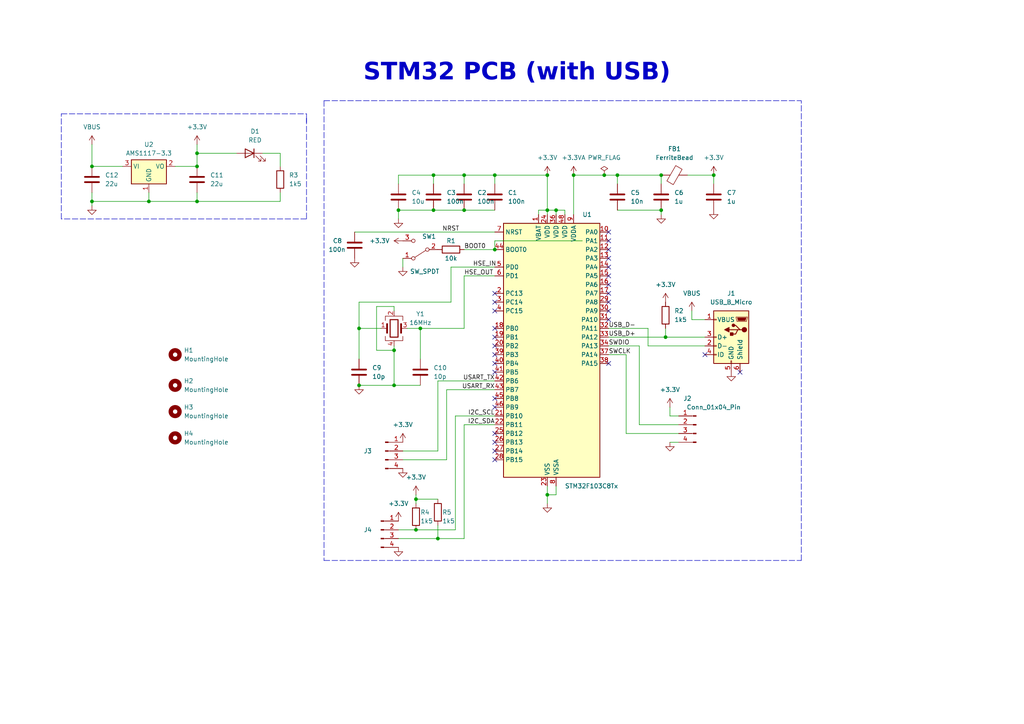
<source format=kicad_sch>
(kicad_sch (version 20230121) (generator eeschema)

  (uuid b04519af-a260-406a-8ece-7fb184aea2d3)

  (paper "A4")

  (title_block
    (title "STM32 PCB")
    (date "06-21-2023")
    (rev "0.1")
  )

  (lib_symbols
    (symbol "Connector:Conn_01x04_Pin" (pin_names (offset 1.016) hide) (in_bom yes) (on_board yes)
      (property "Reference" "J" (at 0 5.08 0)
        (effects (font (size 1.27 1.27)))
      )
      (property "Value" "Conn_01x04_Pin" (at 0 -7.62 0)
        (effects (font (size 1.27 1.27)))
      )
      (property "Footprint" "" (at 0 0 0)
        (effects (font (size 1.27 1.27)) hide)
      )
      (property "Datasheet" "~" (at 0 0 0)
        (effects (font (size 1.27 1.27)) hide)
      )
      (property "ki_locked" "" (at 0 0 0)
        (effects (font (size 1.27 1.27)))
      )
      (property "ki_keywords" "connector" (at 0 0 0)
        (effects (font (size 1.27 1.27)) hide)
      )
      (property "ki_description" "Generic connector, single row, 01x04, script generated" (at 0 0 0)
        (effects (font (size 1.27 1.27)) hide)
      )
      (property "ki_fp_filters" "Connector*:*_1x??_*" (at 0 0 0)
        (effects (font (size 1.27 1.27)) hide)
      )
      (symbol "Conn_01x04_Pin_1_1"
        (polyline
          (pts
            (xy 1.27 -5.08)
            (xy 0.8636 -5.08)
          )
          (stroke (width 0.1524) (type default))
          (fill (type none))
        )
        (polyline
          (pts
            (xy 1.27 -2.54)
            (xy 0.8636 -2.54)
          )
          (stroke (width 0.1524) (type default))
          (fill (type none))
        )
        (polyline
          (pts
            (xy 1.27 0)
            (xy 0.8636 0)
          )
          (stroke (width 0.1524) (type default))
          (fill (type none))
        )
        (polyline
          (pts
            (xy 1.27 2.54)
            (xy 0.8636 2.54)
          )
          (stroke (width 0.1524) (type default))
          (fill (type none))
        )
        (rectangle (start 0.8636 -4.953) (end 0 -5.207)
          (stroke (width 0.1524) (type default))
          (fill (type outline))
        )
        (rectangle (start 0.8636 -2.413) (end 0 -2.667)
          (stroke (width 0.1524) (type default))
          (fill (type outline))
        )
        (rectangle (start 0.8636 0.127) (end 0 -0.127)
          (stroke (width 0.1524) (type default))
          (fill (type outline))
        )
        (rectangle (start 0.8636 2.667) (end 0 2.413)
          (stroke (width 0.1524) (type default))
          (fill (type outline))
        )
        (pin passive line (at 5.08 2.54 180) (length 3.81)
          (name "Pin_1" (effects (font (size 1.27 1.27))))
          (number "1" (effects (font (size 1.27 1.27))))
        )
        (pin passive line (at 5.08 0 180) (length 3.81)
          (name "Pin_2" (effects (font (size 1.27 1.27))))
          (number "2" (effects (font (size 1.27 1.27))))
        )
        (pin passive line (at 5.08 -2.54 180) (length 3.81)
          (name "Pin_3" (effects (font (size 1.27 1.27))))
          (number "3" (effects (font (size 1.27 1.27))))
        )
        (pin passive line (at 5.08 -5.08 180) (length 3.81)
          (name "Pin_4" (effects (font (size 1.27 1.27))))
          (number "4" (effects (font (size 1.27 1.27))))
        )
      )
    )
    (symbol "Connector:USB_B_Micro" (pin_names (offset 1.016)) (in_bom yes) (on_board yes)
      (property "Reference" "J" (at -5.08 11.43 0)
        (effects (font (size 1.27 1.27)) (justify left))
      )
      (property "Value" "USB_B_Micro" (at -5.08 8.89 0)
        (effects (font (size 1.27 1.27)) (justify left))
      )
      (property "Footprint" "" (at 3.81 -1.27 0)
        (effects (font (size 1.27 1.27)) hide)
      )
      (property "Datasheet" "~" (at 3.81 -1.27 0)
        (effects (font (size 1.27 1.27)) hide)
      )
      (property "ki_keywords" "connector USB micro" (at 0 0 0)
        (effects (font (size 1.27 1.27)) hide)
      )
      (property "ki_description" "USB Micro Type B connector" (at 0 0 0)
        (effects (font (size 1.27 1.27)) hide)
      )
      (property "ki_fp_filters" "USB*" (at 0 0 0)
        (effects (font (size 1.27 1.27)) hide)
      )
      (symbol "USB_B_Micro_0_1"
        (rectangle (start -5.08 -7.62) (end 5.08 7.62)
          (stroke (width 0.254) (type default))
          (fill (type background))
        )
        (circle (center -3.81 2.159) (radius 0.635)
          (stroke (width 0.254) (type default))
          (fill (type outline))
        )
        (circle (center -0.635 3.429) (radius 0.381)
          (stroke (width 0.254) (type default))
          (fill (type outline))
        )
        (rectangle (start -0.127 -7.62) (end 0.127 -6.858)
          (stroke (width 0) (type default))
          (fill (type none))
        )
        (polyline
          (pts
            (xy -1.905 2.159)
            (xy 0.635 2.159)
          )
          (stroke (width 0.254) (type default))
          (fill (type none))
        )
        (polyline
          (pts
            (xy -3.175 2.159)
            (xy -2.54 2.159)
            (xy -1.27 3.429)
            (xy -0.635 3.429)
          )
          (stroke (width 0.254) (type default))
          (fill (type none))
        )
        (polyline
          (pts
            (xy -2.54 2.159)
            (xy -1.905 2.159)
            (xy -1.27 0.889)
            (xy 0 0.889)
          )
          (stroke (width 0.254) (type default))
          (fill (type none))
        )
        (polyline
          (pts
            (xy 0.635 2.794)
            (xy 0.635 1.524)
            (xy 1.905 2.159)
            (xy 0.635 2.794)
          )
          (stroke (width 0.254) (type default))
          (fill (type outline))
        )
        (polyline
          (pts
            (xy -4.318 5.588)
            (xy -1.778 5.588)
            (xy -2.032 4.826)
            (xy -4.064 4.826)
            (xy -4.318 5.588)
          )
          (stroke (width 0) (type default))
          (fill (type outline))
        )
        (polyline
          (pts
            (xy -4.699 5.842)
            (xy -4.699 5.588)
            (xy -4.445 4.826)
            (xy -4.445 4.572)
            (xy -1.651 4.572)
            (xy -1.651 4.826)
            (xy -1.397 5.588)
            (xy -1.397 5.842)
            (xy -4.699 5.842)
          )
          (stroke (width 0) (type default))
          (fill (type none))
        )
        (rectangle (start 0.254 1.27) (end -0.508 0.508)
          (stroke (width 0.254) (type default))
          (fill (type outline))
        )
        (rectangle (start 5.08 -5.207) (end 4.318 -4.953)
          (stroke (width 0) (type default))
          (fill (type none))
        )
        (rectangle (start 5.08 -2.667) (end 4.318 -2.413)
          (stroke (width 0) (type default))
          (fill (type none))
        )
        (rectangle (start 5.08 -0.127) (end 4.318 0.127)
          (stroke (width 0) (type default))
          (fill (type none))
        )
        (rectangle (start 5.08 4.953) (end 4.318 5.207)
          (stroke (width 0) (type default))
          (fill (type none))
        )
      )
      (symbol "USB_B_Micro_1_1"
        (pin power_out line (at 7.62 5.08 180) (length 2.54)
          (name "VBUS" (effects (font (size 1.27 1.27))))
          (number "1" (effects (font (size 1.27 1.27))))
        )
        (pin bidirectional line (at 7.62 -2.54 180) (length 2.54)
          (name "D-" (effects (font (size 1.27 1.27))))
          (number "2" (effects (font (size 1.27 1.27))))
        )
        (pin bidirectional line (at 7.62 0 180) (length 2.54)
          (name "D+" (effects (font (size 1.27 1.27))))
          (number "3" (effects (font (size 1.27 1.27))))
        )
        (pin passive line (at 7.62 -5.08 180) (length 2.54)
          (name "ID" (effects (font (size 1.27 1.27))))
          (number "4" (effects (font (size 1.27 1.27))))
        )
        (pin power_out line (at 0 -10.16 90) (length 2.54)
          (name "GND" (effects (font (size 1.27 1.27))))
          (number "5" (effects (font (size 1.27 1.27))))
        )
        (pin passive line (at -2.54 -10.16 90) (length 2.54)
          (name "Shield" (effects (font (size 1.27 1.27))))
          (number "6" (effects (font (size 1.27 1.27))))
        )
      )
    )
    (symbol "Device:C" (pin_numbers hide) (pin_names (offset 0.254)) (in_bom yes) (on_board yes)
      (property "Reference" "C" (at 0.635 2.54 0)
        (effects (font (size 1.27 1.27)) (justify left))
      )
      (property "Value" "C" (at 0.635 -2.54 0)
        (effects (font (size 1.27 1.27)) (justify left))
      )
      (property "Footprint" "" (at 0.9652 -3.81 0)
        (effects (font (size 1.27 1.27)) hide)
      )
      (property "Datasheet" "~" (at 0 0 0)
        (effects (font (size 1.27 1.27)) hide)
      )
      (property "ki_keywords" "cap capacitor" (at 0 0 0)
        (effects (font (size 1.27 1.27)) hide)
      )
      (property "ki_description" "Unpolarized capacitor" (at 0 0 0)
        (effects (font (size 1.27 1.27)) hide)
      )
      (property "ki_fp_filters" "C_*" (at 0 0 0)
        (effects (font (size 1.27 1.27)) hide)
      )
      (symbol "C_0_1"
        (polyline
          (pts
            (xy -2.032 -0.762)
            (xy 2.032 -0.762)
          )
          (stroke (width 0.508) (type default))
          (fill (type none))
        )
        (polyline
          (pts
            (xy -2.032 0.762)
            (xy 2.032 0.762)
          )
          (stroke (width 0.508) (type default))
          (fill (type none))
        )
      )
      (symbol "C_1_1"
        (pin passive line (at 0 3.81 270) (length 2.794)
          (name "~" (effects (font (size 1.27 1.27))))
          (number "1" (effects (font (size 1.27 1.27))))
        )
        (pin passive line (at 0 -3.81 90) (length 2.794)
          (name "~" (effects (font (size 1.27 1.27))))
          (number "2" (effects (font (size 1.27 1.27))))
        )
      )
    )
    (symbol "Device:Crystal_GND24" (pin_names (offset 1.016) hide) (in_bom yes) (on_board yes)
      (property "Reference" "Y" (at 3.175 5.08 0)
        (effects (font (size 1.27 1.27)) (justify left))
      )
      (property "Value" "Crystal_GND24" (at 3.175 3.175 0)
        (effects (font (size 1.27 1.27)) (justify left))
      )
      (property "Footprint" "" (at 0 0 0)
        (effects (font (size 1.27 1.27)) hide)
      )
      (property "Datasheet" "~" (at 0 0 0)
        (effects (font (size 1.27 1.27)) hide)
      )
      (property "ki_keywords" "quartz ceramic resonator oscillator" (at 0 0 0)
        (effects (font (size 1.27 1.27)) hide)
      )
      (property "ki_description" "Four pin crystal, GND on pins 2 and 4" (at 0 0 0)
        (effects (font (size 1.27 1.27)) hide)
      )
      (property "ki_fp_filters" "Crystal*" (at 0 0 0)
        (effects (font (size 1.27 1.27)) hide)
      )
      (symbol "Crystal_GND24_0_1"
        (rectangle (start -1.143 2.54) (end 1.143 -2.54)
          (stroke (width 0.3048) (type default))
          (fill (type none))
        )
        (polyline
          (pts
            (xy -2.54 0)
            (xy -2.032 0)
          )
          (stroke (width 0) (type default))
          (fill (type none))
        )
        (polyline
          (pts
            (xy -2.032 -1.27)
            (xy -2.032 1.27)
          )
          (stroke (width 0.508) (type default))
          (fill (type none))
        )
        (polyline
          (pts
            (xy 0 -3.81)
            (xy 0 -3.556)
          )
          (stroke (width 0) (type default))
          (fill (type none))
        )
        (polyline
          (pts
            (xy 0 3.556)
            (xy 0 3.81)
          )
          (stroke (width 0) (type default))
          (fill (type none))
        )
        (polyline
          (pts
            (xy 2.032 -1.27)
            (xy 2.032 1.27)
          )
          (stroke (width 0.508) (type default))
          (fill (type none))
        )
        (polyline
          (pts
            (xy 2.032 0)
            (xy 2.54 0)
          )
          (stroke (width 0) (type default))
          (fill (type none))
        )
        (polyline
          (pts
            (xy -2.54 -2.286)
            (xy -2.54 -3.556)
            (xy 2.54 -3.556)
            (xy 2.54 -2.286)
          )
          (stroke (width 0) (type default))
          (fill (type none))
        )
        (polyline
          (pts
            (xy -2.54 2.286)
            (xy -2.54 3.556)
            (xy 2.54 3.556)
            (xy 2.54 2.286)
          )
          (stroke (width 0) (type default))
          (fill (type none))
        )
      )
      (symbol "Crystal_GND24_1_1"
        (pin passive line (at -3.81 0 0) (length 1.27)
          (name "1" (effects (font (size 1.27 1.27))))
          (number "1" (effects (font (size 1.27 1.27))))
        )
        (pin passive line (at 0 5.08 270) (length 1.27)
          (name "2" (effects (font (size 1.27 1.27))))
          (number "2" (effects (font (size 1.27 1.27))))
        )
        (pin passive line (at 3.81 0 180) (length 1.27)
          (name "3" (effects (font (size 1.27 1.27))))
          (number "3" (effects (font (size 1.27 1.27))))
        )
        (pin passive line (at 0 -5.08 90) (length 1.27)
          (name "4" (effects (font (size 1.27 1.27))))
          (number "4" (effects (font (size 1.27 1.27))))
        )
      )
    )
    (symbol "Device:FerriteBead" (pin_numbers hide) (pin_names (offset 0)) (in_bom yes) (on_board yes)
      (property "Reference" "FB" (at -3.81 0.635 90)
        (effects (font (size 1.27 1.27)))
      )
      (property "Value" "FerriteBead" (at 3.81 0 90)
        (effects (font (size 1.27 1.27)))
      )
      (property "Footprint" "" (at -1.778 0 90)
        (effects (font (size 1.27 1.27)) hide)
      )
      (property "Datasheet" "~" (at 0 0 0)
        (effects (font (size 1.27 1.27)) hide)
      )
      (property "ki_keywords" "L ferrite bead inductor filter" (at 0 0 0)
        (effects (font (size 1.27 1.27)) hide)
      )
      (property "ki_description" "Ferrite bead" (at 0 0 0)
        (effects (font (size 1.27 1.27)) hide)
      )
      (property "ki_fp_filters" "Inductor_* L_* *Ferrite*" (at 0 0 0)
        (effects (font (size 1.27 1.27)) hide)
      )
      (symbol "FerriteBead_0_1"
        (polyline
          (pts
            (xy 0 -1.27)
            (xy 0 -1.2192)
          )
          (stroke (width 0) (type default))
          (fill (type none))
        )
        (polyline
          (pts
            (xy 0 1.27)
            (xy 0 1.2954)
          )
          (stroke (width 0) (type default))
          (fill (type none))
        )
        (polyline
          (pts
            (xy -2.7686 0.4064)
            (xy -1.7018 2.2606)
            (xy 2.7686 -0.3048)
            (xy 1.6764 -2.159)
            (xy -2.7686 0.4064)
          )
          (stroke (width 0) (type default))
          (fill (type none))
        )
      )
      (symbol "FerriteBead_1_1"
        (pin passive line (at 0 3.81 270) (length 2.54)
          (name "~" (effects (font (size 1.27 1.27))))
          (number "1" (effects (font (size 1.27 1.27))))
        )
        (pin passive line (at 0 -3.81 90) (length 2.54)
          (name "~" (effects (font (size 1.27 1.27))))
          (number "2" (effects (font (size 1.27 1.27))))
        )
      )
    )
    (symbol "Device:LED" (pin_numbers hide) (pin_names (offset 1.016) hide) (in_bom yes) (on_board yes)
      (property "Reference" "D" (at 0 2.54 0)
        (effects (font (size 1.27 1.27)))
      )
      (property "Value" "LED" (at 0 -2.54 0)
        (effects (font (size 1.27 1.27)))
      )
      (property "Footprint" "" (at 0 0 0)
        (effects (font (size 1.27 1.27)) hide)
      )
      (property "Datasheet" "~" (at 0 0 0)
        (effects (font (size 1.27 1.27)) hide)
      )
      (property "ki_keywords" "LED diode" (at 0 0 0)
        (effects (font (size 1.27 1.27)) hide)
      )
      (property "ki_description" "Light emitting diode" (at 0 0 0)
        (effects (font (size 1.27 1.27)) hide)
      )
      (property "ki_fp_filters" "LED* LED_SMD:* LED_THT:*" (at 0 0 0)
        (effects (font (size 1.27 1.27)) hide)
      )
      (symbol "LED_0_1"
        (polyline
          (pts
            (xy -1.27 -1.27)
            (xy -1.27 1.27)
          )
          (stroke (width 0.254) (type default))
          (fill (type none))
        )
        (polyline
          (pts
            (xy -1.27 0)
            (xy 1.27 0)
          )
          (stroke (width 0) (type default))
          (fill (type none))
        )
        (polyline
          (pts
            (xy 1.27 -1.27)
            (xy 1.27 1.27)
            (xy -1.27 0)
            (xy 1.27 -1.27)
          )
          (stroke (width 0.254) (type default))
          (fill (type none))
        )
        (polyline
          (pts
            (xy -3.048 -0.762)
            (xy -4.572 -2.286)
            (xy -3.81 -2.286)
            (xy -4.572 -2.286)
            (xy -4.572 -1.524)
          )
          (stroke (width 0) (type default))
          (fill (type none))
        )
        (polyline
          (pts
            (xy -1.778 -0.762)
            (xy -3.302 -2.286)
            (xy -2.54 -2.286)
            (xy -3.302 -2.286)
            (xy -3.302 -1.524)
          )
          (stroke (width 0) (type default))
          (fill (type none))
        )
      )
      (symbol "LED_1_1"
        (pin passive line (at -3.81 0 0) (length 2.54)
          (name "K" (effects (font (size 1.27 1.27))))
          (number "1" (effects (font (size 1.27 1.27))))
        )
        (pin passive line (at 3.81 0 180) (length 2.54)
          (name "A" (effects (font (size 1.27 1.27))))
          (number "2" (effects (font (size 1.27 1.27))))
        )
      )
    )
    (symbol "Device:R" (pin_numbers hide) (pin_names (offset 0)) (in_bom yes) (on_board yes)
      (property "Reference" "R" (at 2.032 0 90)
        (effects (font (size 1.27 1.27)))
      )
      (property "Value" "R" (at 0 0 90)
        (effects (font (size 1.27 1.27)))
      )
      (property "Footprint" "" (at -1.778 0 90)
        (effects (font (size 1.27 1.27)) hide)
      )
      (property "Datasheet" "~" (at 0 0 0)
        (effects (font (size 1.27 1.27)) hide)
      )
      (property "ki_keywords" "R res resistor" (at 0 0 0)
        (effects (font (size 1.27 1.27)) hide)
      )
      (property "ki_description" "Resistor" (at 0 0 0)
        (effects (font (size 1.27 1.27)) hide)
      )
      (property "ki_fp_filters" "R_*" (at 0 0 0)
        (effects (font (size 1.27 1.27)) hide)
      )
      (symbol "R_0_1"
        (rectangle (start -1.016 -2.54) (end 1.016 2.54)
          (stroke (width 0.254) (type default))
          (fill (type none))
        )
      )
      (symbol "R_1_1"
        (pin passive line (at 0 3.81 270) (length 1.27)
          (name "~" (effects (font (size 1.27 1.27))))
          (number "1" (effects (font (size 1.27 1.27))))
        )
        (pin passive line (at 0 -3.81 90) (length 1.27)
          (name "~" (effects (font (size 1.27 1.27))))
          (number "2" (effects (font (size 1.27 1.27))))
        )
      )
    )
    (symbol "MCU_ST_STM32F1:STM32F103C8Tx" (in_bom yes) (on_board yes)
      (property "Reference" "U" (at -12.7 39.37 0)
        (effects (font (size 1.27 1.27)) (justify left))
      )
      (property "Value" "STM32F103C8Tx" (at 10.16 39.37 0)
        (effects (font (size 1.27 1.27)) (justify left))
      )
      (property "Footprint" "Package_QFP:LQFP-48_7x7mm_P0.5mm" (at -12.7 -35.56 0)
        (effects (font (size 1.27 1.27)) (justify right) hide)
      )
      (property "Datasheet" "https://www.st.com/resource/en/datasheet/stm32f103c8.pdf" (at 0 0 0)
        (effects (font (size 1.27 1.27)) hide)
      )
      (property "ki_locked" "" (at 0 0 0)
        (effects (font (size 1.27 1.27)))
      )
      (property "ki_keywords" "Arm Cortex-M3 STM32F1 STM32F103" (at 0 0 0)
        (effects (font (size 1.27 1.27)) hide)
      )
      (property "ki_description" "STMicroelectronics Arm Cortex-M3 MCU, 64KB flash, 20KB RAM, 72 MHz, 2.0-3.6V, 37 GPIO, LQFP48" (at 0 0 0)
        (effects (font (size 1.27 1.27)) hide)
      )
      (property "ki_fp_filters" "LQFP*7x7mm*P0.5mm*" (at 0 0 0)
        (effects (font (size 1.27 1.27)) hide)
      )
      (symbol "STM32F103C8Tx_0_1"
        (rectangle (start -12.7 -35.56) (end 15.24 38.1)
          (stroke (width 0.254) (type default))
          (fill (type background))
        )
      )
      (symbol "STM32F103C8Tx_1_1"
        (pin power_in line (at -2.54 40.64 270) (length 2.54)
          (name "VBAT" (effects (font (size 1.27 1.27))))
          (number "1" (effects (font (size 1.27 1.27))))
        )
        (pin bidirectional line (at 17.78 35.56 180) (length 2.54)
          (name "PA0" (effects (font (size 1.27 1.27))))
          (number "10" (effects (font (size 1.27 1.27))))
          (alternate "ADC1_IN0" bidirectional line)
          (alternate "ADC2_IN0" bidirectional line)
          (alternate "SYS_WKUP" bidirectional line)
          (alternate "TIM2_CH1" bidirectional line)
          (alternate "TIM2_ETR" bidirectional line)
          (alternate "USART2_CTS" bidirectional line)
        )
        (pin bidirectional line (at 17.78 33.02 180) (length 2.54)
          (name "PA1" (effects (font (size 1.27 1.27))))
          (number "11" (effects (font (size 1.27 1.27))))
          (alternate "ADC1_IN1" bidirectional line)
          (alternate "ADC2_IN1" bidirectional line)
          (alternate "TIM2_CH2" bidirectional line)
          (alternate "USART2_RTS" bidirectional line)
        )
        (pin bidirectional line (at 17.78 30.48 180) (length 2.54)
          (name "PA2" (effects (font (size 1.27 1.27))))
          (number "12" (effects (font (size 1.27 1.27))))
          (alternate "ADC1_IN2" bidirectional line)
          (alternate "ADC2_IN2" bidirectional line)
          (alternate "TIM2_CH3" bidirectional line)
          (alternate "USART2_TX" bidirectional line)
        )
        (pin bidirectional line (at 17.78 27.94 180) (length 2.54)
          (name "PA3" (effects (font (size 1.27 1.27))))
          (number "13" (effects (font (size 1.27 1.27))))
          (alternate "ADC1_IN3" bidirectional line)
          (alternate "ADC2_IN3" bidirectional line)
          (alternate "TIM2_CH4" bidirectional line)
          (alternate "USART2_RX" bidirectional line)
        )
        (pin bidirectional line (at 17.78 25.4 180) (length 2.54)
          (name "PA4" (effects (font (size 1.27 1.27))))
          (number "14" (effects (font (size 1.27 1.27))))
          (alternate "ADC1_IN4" bidirectional line)
          (alternate "ADC2_IN4" bidirectional line)
          (alternate "SPI1_NSS" bidirectional line)
          (alternate "USART2_CK" bidirectional line)
        )
        (pin bidirectional line (at 17.78 22.86 180) (length 2.54)
          (name "PA5" (effects (font (size 1.27 1.27))))
          (number "15" (effects (font (size 1.27 1.27))))
          (alternate "ADC1_IN5" bidirectional line)
          (alternate "ADC2_IN5" bidirectional line)
          (alternate "SPI1_SCK" bidirectional line)
        )
        (pin bidirectional line (at 17.78 20.32 180) (length 2.54)
          (name "PA6" (effects (font (size 1.27 1.27))))
          (number "16" (effects (font (size 1.27 1.27))))
          (alternate "ADC1_IN6" bidirectional line)
          (alternate "ADC2_IN6" bidirectional line)
          (alternate "SPI1_MISO" bidirectional line)
          (alternate "TIM1_BKIN" bidirectional line)
          (alternate "TIM3_CH1" bidirectional line)
        )
        (pin bidirectional line (at 17.78 17.78 180) (length 2.54)
          (name "PA7" (effects (font (size 1.27 1.27))))
          (number "17" (effects (font (size 1.27 1.27))))
          (alternate "ADC1_IN7" bidirectional line)
          (alternate "ADC2_IN7" bidirectional line)
          (alternate "SPI1_MOSI" bidirectional line)
          (alternate "TIM1_CH1N" bidirectional line)
          (alternate "TIM3_CH2" bidirectional line)
        )
        (pin bidirectional line (at -15.24 7.62 0) (length 2.54)
          (name "PB0" (effects (font (size 1.27 1.27))))
          (number "18" (effects (font (size 1.27 1.27))))
          (alternate "ADC1_IN8" bidirectional line)
          (alternate "ADC2_IN8" bidirectional line)
          (alternate "TIM1_CH2N" bidirectional line)
          (alternate "TIM3_CH3" bidirectional line)
        )
        (pin bidirectional line (at -15.24 5.08 0) (length 2.54)
          (name "PB1" (effects (font (size 1.27 1.27))))
          (number "19" (effects (font (size 1.27 1.27))))
          (alternate "ADC1_IN9" bidirectional line)
          (alternate "ADC2_IN9" bidirectional line)
          (alternate "TIM1_CH3N" bidirectional line)
          (alternate "TIM3_CH4" bidirectional line)
        )
        (pin bidirectional line (at -15.24 17.78 0) (length 2.54)
          (name "PC13" (effects (font (size 1.27 1.27))))
          (number "2" (effects (font (size 1.27 1.27))))
          (alternate "RTC_OUT" bidirectional line)
          (alternate "RTC_TAMPER" bidirectional line)
        )
        (pin bidirectional line (at -15.24 2.54 0) (length 2.54)
          (name "PB2" (effects (font (size 1.27 1.27))))
          (number "20" (effects (font (size 1.27 1.27))))
        )
        (pin bidirectional line (at -15.24 -17.78 0) (length 2.54)
          (name "PB10" (effects (font (size 1.27 1.27))))
          (number "21" (effects (font (size 1.27 1.27))))
          (alternate "I2C2_SCL" bidirectional line)
          (alternate "TIM2_CH3" bidirectional line)
          (alternate "USART3_TX" bidirectional line)
        )
        (pin bidirectional line (at -15.24 -20.32 0) (length 2.54)
          (name "PB11" (effects (font (size 1.27 1.27))))
          (number "22" (effects (font (size 1.27 1.27))))
          (alternate "ADC1_EXTI11" bidirectional line)
          (alternate "ADC2_EXTI11" bidirectional line)
          (alternate "I2C2_SDA" bidirectional line)
          (alternate "TIM2_CH4" bidirectional line)
          (alternate "USART3_RX" bidirectional line)
        )
        (pin power_in line (at 0 -38.1 90) (length 2.54)
          (name "VSS" (effects (font (size 1.27 1.27))))
          (number "23" (effects (font (size 1.27 1.27))))
        )
        (pin power_in line (at 0 40.64 270) (length 2.54)
          (name "VDD" (effects (font (size 1.27 1.27))))
          (number "24" (effects (font (size 1.27 1.27))))
        )
        (pin bidirectional line (at -15.24 -22.86 0) (length 2.54)
          (name "PB12" (effects (font (size 1.27 1.27))))
          (number "25" (effects (font (size 1.27 1.27))))
          (alternate "I2C2_SMBA" bidirectional line)
          (alternate "SPI2_NSS" bidirectional line)
          (alternate "TIM1_BKIN" bidirectional line)
          (alternate "USART3_CK" bidirectional line)
        )
        (pin bidirectional line (at -15.24 -25.4 0) (length 2.54)
          (name "PB13" (effects (font (size 1.27 1.27))))
          (number "26" (effects (font (size 1.27 1.27))))
          (alternate "SPI2_SCK" bidirectional line)
          (alternate "TIM1_CH1N" bidirectional line)
          (alternate "USART3_CTS" bidirectional line)
        )
        (pin bidirectional line (at -15.24 -27.94 0) (length 2.54)
          (name "PB14" (effects (font (size 1.27 1.27))))
          (number "27" (effects (font (size 1.27 1.27))))
          (alternate "SPI2_MISO" bidirectional line)
          (alternate "TIM1_CH2N" bidirectional line)
          (alternate "USART3_RTS" bidirectional line)
        )
        (pin bidirectional line (at -15.24 -30.48 0) (length 2.54)
          (name "PB15" (effects (font (size 1.27 1.27))))
          (number "28" (effects (font (size 1.27 1.27))))
          (alternate "ADC1_EXTI15" bidirectional line)
          (alternate "ADC2_EXTI15" bidirectional line)
          (alternate "SPI2_MOSI" bidirectional line)
          (alternate "TIM1_CH3N" bidirectional line)
        )
        (pin bidirectional line (at 17.78 15.24 180) (length 2.54)
          (name "PA8" (effects (font (size 1.27 1.27))))
          (number "29" (effects (font (size 1.27 1.27))))
          (alternate "RCC_MCO" bidirectional line)
          (alternate "TIM1_CH1" bidirectional line)
          (alternate "USART1_CK" bidirectional line)
        )
        (pin bidirectional line (at -15.24 15.24 0) (length 2.54)
          (name "PC14" (effects (font (size 1.27 1.27))))
          (number "3" (effects (font (size 1.27 1.27))))
          (alternate "RCC_OSC32_IN" bidirectional line)
        )
        (pin bidirectional line (at 17.78 12.7 180) (length 2.54)
          (name "PA9" (effects (font (size 1.27 1.27))))
          (number "30" (effects (font (size 1.27 1.27))))
          (alternate "TIM1_CH2" bidirectional line)
          (alternate "USART1_TX" bidirectional line)
        )
        (pin bidirectional line (at 17.78 10.16 180) (length 2.54)
          (name "PA10" (effects (font (size 1.27 1.27))))
          (number "31" (effects (font (size 1.27 1.27))))
          (alternate "TIM1_CH3" bidirectional line)
          (alternate "USART1_RX" bidirectional line)
        )
        (pin bidirectional line (at 17.78 7.62 180) (length 2.54)
          (name "PA11" (effects (font (size 1.27 1.27))))
          (number "32" (effects (font (size 1.27 1.27))))
          (alternate "ADC1_EXTI11" bidirectional line)
          (alternate "ADC2_EXTI11" bidirectional line)
          (alternate "CAN_RX" bidirectional line)
          (alternate "TIM1_CH4" bidirectional line)
          (alternate "USART1_CTS" bidirectional line)
          (alternate "USB_DM" bidirectional line)
        )
        (pin bidirectional line (at 17.78 5.08 180) (length 2.54)
          (name "PA12" (effects (font (size 1.27 1.27))))
          (number "33" (effects (font (size 1.27 1.27))))
          (alternate "CAN_TX" bidirectional line)
          (alternate "TIM1_ETR" bidirectional line)
          (alternate "USART1_RTS" bidirectional line)
          (alternate "USB_DP" bidirectional line)
        )
        (pin bidirectional line (at 17.78 2.54 180) (length 2.54)
          (name "PA13" (effects (font (size 1.27 1.27))))
          (number "34" (effects (font (size 1.27 1.27))))
          (alternate "SYS_JTMS-SWDIO" bidirectional line)
        )
        (pin passive line (at 0 -38.1 90) (length 2.54) hide
          (name "VSS" (effects (font (size 1.27 1.27))))
          (number "35" (effects (font (size 1.27 1.27))))
        )
        (pin power_in line (at 2.54 40.64 270) (length 2.54)
          (name "VDD" (effects (font (size 1.27 1.27))))
          (number "36" (effects (font (size 1.27 1.27))))
        )
        (pin bidirectional line (at 17.78 0 180) (length 2.54)
          (name "PA14" (effects (font (size 1.27 1.27))))
          (number "37" (effects (font (size 1.27 1.27))))
          (alternate "SYS_JTCK-SWCLK" bidirectional line)
        )
        (pin bidirectional line (at 17.78 -2.54 180) (length 2.54)
          (name "PA15" (effects (font (size 1.27 1.27))))
          (number "38" (effects (font (size 1.27 1.27))))
          (alternate "ADC1_EXTI15" bidirectional line)
          (alternate "ADC2_EXTI15" bidirectional line)
          (alternate "SPI1_NSS" bidirectional line)
          (alternate "SYS_JTDI" bidirectional line)
          (alternate "TIM2_CH1" bidirectional line)
          (alternate "TIM2_ETR" bidirectional line)
        )
        (pin bidirectional line (at -15.24 0 0) (length 2.54)
          (name "PB3" (effects (font (size 1.27 1.27))))
          (number "39" (effects (font (size 1.27 1.27))))
          (alternate "SPI1_SCK" bidirectional line)
          (alternate "SYS_JTDO-TRACESWO" bidirectional line)
          (alternate "TIM2_CH2" bidirectional line)
        )
        (pin bidirectional line (at -15.24 12.7 0) (length 2.54)
          (name "PC15" (effects (font (size 1.27 1.27))))
          (number "4" (effects (font (size 1.27 1.27))))
          (alternate "ADC1_EXTI15" bidirectional line)
          (alternate "ADC2_EXTI15" bidirectional line)
          (alternate "RCC_OSC32_OUT" bidirectional line)
        )
        (pin bidirectional line (at -15.24 -2.54 0) (length 2.54)
          (name "PB4" (effects (font (size 1.27 1.27))))
          (number "40" (effects (font (size 1.27 1.27))))
          (alternate "SPI1_MISO" bidirectional line)
          (alternate "SYS_NJTRST" bidirectional line)
          (alternate "TIM3_CH1" bidirectional line)
        )
        (pin bidirectional line (at -15.24 -5.08 0) (length 2.54)
          (name "PB5" (effects (font (size 1.27 1.27))))
          (number "41" (effects (font (size 1.27 1.27))))
          (alternate "I2C1_SMBA" bidirectional line)
          (alternate "SPI1_MOSI" bidirectional line)
          (alternate "TIM3_CH2" bidirectional line)
        )
        (pin bidirectional line (at -15.24 -7.62 0) (length 2.54)
          (name "PB6" (effects (font (size 1.27 1.27))))
          (number "42" (effects (font (size 1.27 1.27))))
          (alternate "I2C1_SCL" bidirectional line)
          (alternate "TIM4_CH1" bidirectional line)
          (alternate "USART1_TX" bidirectional line)
        )
        (pin bidirectional line (at -15.24 -10.16 0) (length 2.54)
          (name "PB7" (effects (font (size 1.27 1.27))))
          (number "43" (effects (font (size 1.27 1.27))))
          (alternate "I2C1_SDA" bidirectional line)
          (alternate "TIM4_CH2" bidirectional line)
          (alternate "USART1_RX" bidirectional line)
        )
        (pin input line (at -15.24 30.48 0) (length 2.54)
          (name "BOOT0" (effects (font (size 1.27 1.27))))
          (number "44" (effects (font (size 1.27 1.27))))
        )
        (pin bidirectional line (at -15.24 -12.7 0) (length 2.54)
          (name "PB8" (effects (font (size 1.27 1.27))))
          (number "45" (effects (font (size 1.27 1.27))))
          (alternate "CAN_RX" bidirectional line)
          (alternate "I2C1_SCL" bidirectional line)
          (alternate "TIM4_CH3" bidirectional line)
        )
        (pin bidirectional line (at -15.24 -15.24 0) (length 2.54)
          (name "PB9" (effects (font (size 1.27 1.27))))
          (number "46" (effects (font (size 1.27 1.27))))
          (alternate "CAN_TX" bidirectional line)
          (alternate "I2C1_SDA" bidirectional line)
          (alternate "TIM4_CH4" bidirectional line)
        )
        (pin passive line (at 0 -38.1 90) (length 2.54) hide
          (name "VSS" (effects (font (size 1.27 1.27))))
          (number "47" (effects (font (size 1.27 1.27))))
        )
        (pin power_in line (at 5.08 40.64 270) (length 2.54)
          (name "VDD" (effects (font (size 1.27 1.27))))
          (number "48" (effects (font (size 1.27 1.27))))
        )
        (pin bidirectional line (at -15.24 25.4 0) (length 2.54)
          (name "PD0" (effects (font (size 1.27 1.27))))
          (number "5" (effects (font (size 1.27 1.27))))
          (alternate "RCC_OSC_IN" bidirectional line)
        )
        (pin bidirectional line (at -15.24 22.86 0) (length 2.54)
          (name "PD1" (effects (font (size 1.27 1.27))))
          (number "6" (effects (font (size 1.27 1.27))))
          (alternate "RCC_OSC_OUT" bidirectional line)
        )
        (pin input line (at -15.24 35.56 0) (length 2.54)
          (name "NRST" (effects (font (size 1.27 1.27))))
          (number "7" (effects (font (size 1.27 1.27))))
        )
        (pin power_in line (at 2.54 -38.1 90) (length 2.54)
          (name "VSSA" (effects (font (size 1.27 1.27))))
          (number "8" (effects (font (size 1.27 1.27))))
        )
        (pin power_in line (at 7.62 40.64 270) (length 2.54)
          (name "VDDA" (effects (font (size 1.27 1.27))))
          (number "9" (effects (font (size 1.27 1.27))))
        )
      )
    )
    (symbol "Mechanical:MountingHole" (pin_names (offset 1.016)) (in_bom yes) (on_board yes)
      (property "Reference" "H" (at 0 5.08 0)
        (effects (font (size 1.27 1.27)))
      )
      (property "Value" "MountingHole" (at 0 3.175 0)
        (effects (font (size 1.27 1.27)))
      )
      (property "Footprint" "" (at 0 0 0)
        (effects (font (size 1.27 1.27)) hide)
      )
      (property "Datasheet" "~" (at 0 0 0)
        (effects (font (size 1.27 1.27)) hide)
      )
      (property "ki_keywords" "mounting hole" (at 0 0 0)
        (effects (font (size 1.27 1.27)) hide)
      )
      (property "ki_description" "Mounting Hole without connection" (at 0 0 0)
        (effects (font (size 1.27 1.27)) hide)
      )
      (property "ki_fp_filters" "MountingHole*" (at 0 0 0)
        (effects (font (size 1.27 1.27)) hide)
      )
      (symbol "MountingHole_0_1"
        (circle (center 0 0) (radius 1.27)
          (stroke (width 1.27) (type default))
          (fill (type none))
        )
      )
    )
    (symbol "Regulator_Linear:AMS1117-3.3" (in_bom yes) (on_board yes)
      (property "Reference" "U" (at -3.81 3.175 0)
        (effects (font (size 1.27 1.27)))
      )
      (property "Value" "AMS1117-3.3" (at 0 3.175 0)
        (effects (font (size 1.27 1.27)) (justify left))
      )
      (property "Footprint" "Package_TO_SOT_SMD:SOT-223-3_TabPin2" (at 0 5.08 0)
        (effects (font (size 1.27 1.27)) hide)
      )
      (property "Datasheet" "http://www.advanced-monolithic.com/pdf/ds1117.pdf" (at 2.54 -6.35 0)
        (effects (font (size 1.27 1.27)) hide)
      )
      (property "ki_keywords" "linear regulator ldo fixed positive" (at 0 0 0)
        (effects (font (size 1.27 1.27)) hide)
      )
      (property "ki_description" "1A Low Dropout regulator, positive, 3.3V fixed output, SOT-223" (at 0 0 0)
        (effects (font (size 1.27 1.27)) hide)
      )
      (property "ki_fp_filters" "SOT?223*TabPin2*" (at 0 0 0)
        (effects (font (size 1.27 1.27)) hide)
      )
      (symbol "AMS1117-3.3_0_1"
        (rectangle (start -5.08 -5.08) (end 5.08 1.905)
          (stroke (width 0.254) (type default))
          (fill (type background))
        )
      )
      (symbol "AMS1117-3.3_1_1"
        (pin power_in line (at 0 -7.62 90) (length 2.54)
          (name "GND" (effects (font (size 1.27 1.27))))
          (number "1" (effects (font (size 1.27 1.27))))
        )
        (pin power_out line (at 7.62 0 180) (length 2.54)
          (name "VO" (effects (font (size 1.27 1.27))))
          (number "2" (effects (font (size 1.27 1.27))))
        )
        (pin power_in line (at -7.62 0 0) (length 2.54)
          (name "VI" (effects (font (size 1.27 1.27))))
          (number "3" (effects (font (size 1.27 1.27))))
        )
      )
    )
    (symbol "Switch:SW_SPDT" (pin_names (offset 0) hide) (in_bom yes) (on_board yes)
      (property "Reference" "SW" (at 0 4.318 0)
        (effects (font (size 1.27 1.27)))
      )
      (property "Value" "SW_SPDT" (at 0 -5.08 0)
        (effects (font (size 1.27 1.27)))
      )
      (property "Footprint" "" (at 0 0 0)
        (effects (font (size 1.27 1.27)) hide)
      )
      (property "Datasheet" "~" (at 0 0 0)
        (effects (font (size 1.27 1.27)) hide)
      )
      (property "ki_keywords" "switch single-pole double-throw spdt ON-ON" (at 0 0 0)
        (effects (font (size 1.27 1.27)) hide)
      )
      (property "ki_description" "Switch, single pole double throw" (at 0 0 0)
        (effects (font (size 1.27 1.27)) hide)
      )
      (symbol "SW_SPDT_0_0"
        (circle (center -2.032 0) (radius 0.508)
          (stroke (width 0) (type default))
          (fill (type none))
        )
        (circle (center 2.032 -2.54) (radius 0.508)
          (stroke (width 0) (type default))
          (fill (type none))
        )
      )
      (symbol "SW_SPDT_0_1"
        (polyline
          (pts
            (xy -1.524 0.254)
            (xy 1.651 2.286)
          )
          (stroke (width 0) (type default))
          (fill (type none))
        )
        (circle (center 2.032 2.54) (radius 0.508)
          (stroke (width 0) (type default))
          (fill (type none))
        )
      )
      (symbol "SW_SPDT_1_1"
        (pin passive line (at 5.08 2.54 180) (length 2.54)
          (name "A" (effects (font (size 1.27 1.27))))
          (number "1" (effects (font (size 1.27 1.27))))
        )
        (pin passive line (at -5.08 0 0) (length 2.54)
          (name "B" (effects (font (size 1.27 1.27))))
          (number "2" (effects (font (size 1.27 1.27))))
        )
        (pin passive line (at 5.08 -2.54 180) (length 2.54)
          (name "C" (effects (font (size 1.27 1.27))))
          (number "3" (effects (font (size 1.27 1.27))))
        )
      )
    )
    (symbol "power:+3.3V" (power) (pin_names (offset 0)) (in_bom yes) (on_board yes)
      (property "Reference" "#PWR" (at 0 -3.81 0)
        (effects (font (size 1.27 1.27)) hide)
      )
      (property "Value" "+3.3V" (at 0 3.556 0)
        (effects (font (size 1.27 1.27)))
      )
      (property "Footprint" "" (at 0 0 0)
        (effects (font (size 1.27 1.27)) hide)
      )
      (property "Datasheet" "" (at 0 0 0)
        (effects (font (size 1.27 1.27)) hide)
      )
      (property "ki_keywords" "global power" (at 0 0 0)
        (effects (font (size 1.27 1.27)) hide)
      )
      (property "ki_description" "Power symbol creates a global label with name \"+3.3V\"" (at 0 0 0)
        (effects (font (size 1.27 1.27)) hide)
      )
      (symbol "+3.3V_0_1"
        (polyline
          (pts
            (xy -0.762 1.27)
            (xy 0 2.54)
          )
          (stroke (width 0) (type default))
          (fill (type none))
        )
        (polyline
          (pts
            (xy 0 0)
            (xy 0 2.54)
          )
          (stroke (width 0) (type default))
          (fill (type none))
        )
        (polyline
          (pts
            (xy 0 2.54)
            (xy 0.762 1.27)
          )
          (stroke (width 0) (type default))
          (fill (type none))
        )
      )
      (symbol "+3.3V_1_1"
        (pin power_in line (at 0 0 90) (length 0) hide
          (name "+3.3V" (effects (font (size 1.27 1.27))))
          (number "1" (effects (font (size 1.27 1.27))))
        )
      )
    )
    (symbol "power:+3.3VA" (power) (pin_names (offset 0)) (in_bom yes) (on_board yes)
      (property "Reference" "#PWR" (at 0 -3.81 0)
        (effects (font (size 1.27 1.27)) hide)
      )
      (property "Value" "+3.3VA" (at 0 3.556 0)
        (effects (font (size 1.27 1.27)))
      )
      (property "Footprint" "" (at 0 0 0)
        (effects (font (size 1.27 1.27)) hide)
      )
      (property "Datasheet" "" (at 0 0 0)
        (effects (font (size 1.27 1.27)) hide)
      )
      (property "ki_keywords" "global power" (at 0 0 0)
        (effects (font (size 1.27 1.27)) hide)
      )
      (property "ki_description" "Power symbol creates a global label with name \"+3.3VA\"" (at 0 0 0)
        (effects (font (size 1.27 1.27)) hide)
      )
      (symbol "+3.3VA_0_1"
        (polyline
          (pts
            (xy -0.762 1.27)
            (xy 0 2.54)
          )
          (stroke (width 0) (type default))
          (fill (type none))
        )
        (polyline
          (pts
            (xy 0 0)
            (xy 0 2.54)
          )
          (stroke (width 0) (type default))
          (fill (type none))
        )
        (polyline
          (pts
            (xy 0 2.54)
            (xy 0.762 1.27)
          )
          (stroke (width 0) (type default))
          (fill (type none))
        )
      )
      (symbol "+3.3VA_1_1"
        (pin power_in line (at 0 0 90) (length 0) hide
          (name "+3.3VA" (effects (font (size 1.27 1.27))))
          (number "1" (effects (font (size 1.27 1.27))))
        )
      )
    )
    (symbol "power:GND" (power) (pin_names (offset 0)) (in_bom yes) (on_board yes)
      (property "Reference" "#PWR" (at 0 -6.35 0)
        (effects (font (size 1.27 1.27)) hide)
      )
      (property "Value" "GND" (at 0 -3.81 0)
        (effects (font (size 1.27 1.27)))
      )
      (property "Footprint" "" (at 0 0 0)
        (effects (font (size 1.27 1.27)) hide)
      )
      (property "Datasheet" "" (at 0 0 0)
        (effects (font (size 1.27 1.27)) hide)
      )
      (property "ki_keywords" "global power" (at 0 0 0)
        (effects (font (size 1.27 1.27)) hide)
      )
      (property "ki_description" "Power symbol creates a global label with name \"GND\" , ground" (at 0 0 0)
        (effects (font (size 1.27 1.27)) hide)
      )
      (symbol "GND_0_1"
        (polyline
          (pts
            (xy 0 0)
            (xy 0 -1.27)
            (xy 1.27 -1.27)
            (xy 0 -2.54)
            (xy -1.27 -1.27)
            (xy 0 -1.27)
          )
          (stroke (width 0) (type default))
          (fill (type none))
        )
      )
      (symbol "GND_1_1"
        (pin power_in line (at 0 0 270) (length 0) hide
          (name "GND" (effects (font (size 1.27 1.27))))
          (number "1" (effects (font (size 1.27 1.27))))
        )
      )
    )
    (symbol "power:PWR_FLAG" (power) (pin_numbers hide) (pin_names (offset 0) hide) (in_bom yes) (on_board yes)
      (property "Reference" "#FLG" (at 0 1.905 0)
        (effects (font (size 1.27 1.27)) hide)
      )
      (property "Value" "PWR_FLAG" (at 0 3.81 0)
        (effects (font (size 1.27 1.27)))
      )
      (property "Footprint" "" (at 0 0 0)
        (effects (font (size 1.27 1.27)) hide)
      )
      (property "Datasheet" "~" (at 0 0 0)
        (effects (font (size 1.27 1.27)) hide)
      )
      (property "ki_keywords" "flag power" (at 0 0 0)
        (effects (font (size 1.27 1.27)) hide)
      )
      (property "ki_description" "Special symbol for telling ERC where power comes from" (at 0 0 0)
        (effects (font (size 1.27 1.27)) hide)
      )
      (symbol "PWR_FLAG_0_0"
        (pin power_out line (at 0 0 90) (length 0)
          (name "pwr" (effects (font (size 1.27 1.27))))
          (number "1" (effects (font (size 1.27 1.27))))
        )
      )
      (symbol "PWR_FLAG_0_1"
        (polyline
          (pts
            (xy 0 0)
            (xy 0 1.27)
            (xy -1.016 1.905)
            (xy 0 2.54)
            (xy 1.016 1.905)
            (xy 0 1.27)
          )
          (stroke (width 0) (type default))
          (fill (type none))
        )
      )
    )
    (symbol "power:VBUS" (power) (pin_names (offset 0)) (in_bom yes) (on_board yes)
      (property "Reference" "#PWR" (at 0 -3.81 0)
        (effects (font (size 1.27 1.27)) hide)
      )
      (property "Value" "VBUS" (at 0 3.81 0)
        (effects (font (size 1.27 1.27)))
      )
      (property "Footprint" "" (at 0 0 0)
        (effects (font (size 1.27 1.27)) hide)
      )
      (property "Datasheet" "" (at 0 0 0)
        (effects (font (size 1.27 1.27)) hide)
      )
      (property "ki_keywords" "global power" (at 0 0 0)
        (effects (font (size 1.27 1.27)) hide)
      )
      (property "ki_description" "Power symbol creates a global label with name \"VBUS\"" (at 0 0 0)
        (effects (font (size 1.27 1.27)) hide)
      )
      (symbol "VBUS_0_1"
        (polyline
          (pts
            (xy -0.762 1.27)
            (xy 0 2.54)
          )
          (stroke (width 0) (type default))
          (fill (type none))
        )
        (polyline
          (pts
            (xy 0 0)
            (xy 0 2.54)
          )
          (stroke (width 0) (type default))
          (fill (type none))
        )
        (polyline
          (pts
            (xy 0 2.54)
            (xy 0.762 1.27)
          )
          (stroke (width 0) (type default))
          (fill (type none))
        )
      )
      (symbol "VBUS_1_1"
        (pin power_in line (at 0 0 90) (length 0) hide
          (name "VBUS" (effects (font (size 1.27 1.27))))
          (number "1" (effects (font (size 1.27 1.27))))
        )
      )
    )
  )

  (junction (at 104.14 95.25) (diameter 0) (color 0 0 0 0)
    (uuid 097d9b26-b636-4c81-a8ac-2cd5b3885af3)
  )
  (junction (at 127 156.21) (diameter 0) (color 0 0 0 0)
    (uuid 0a64b801-0caf-4875-9c03-67367134100a)
  )
  (junction (at 114.3 111.76) (diameter 0) (color 0 0 0 0)
    (uuid 0bd81f4e-1dcd-4ecf-a61f-3b5d3ff4b2b8)
  )
  (junction (at 161.29 60.96) (diameter 0) (color 0 0 0 0)
    (uuid 0e6a055c-09e8-43d2-903a-acf4592338e5)
  )
  (junction (at 193.04 97.79) (diameter 0) (color 0 0 0 0)
    (uuid 17dde9bb-9000-4820-8103-eb7bb3f48d89)
  )
  (junction (at 57.15 48.26) (diameter 0) (color 0 0 0 0)
    (uuid 1c6a9d6c-2759-4145-b648-dd2c591730ed)
  )
  (junction (at 125.73 50.8) (diameter 0) (color 0 0 0 0)
    (uuid 1e9d1246-4435-431e-bcae-41fc2ce1ddaa)
  )
  (junction (at 104.14 111.76) (diameter 0) (color 0 0 0 0)
    (uuid 203e2478-652c-4eb3-995a-90c42a739197)
  )
  (junction (at 191.77 50.8) (diameter 0) (color 0 0 0 0)
    (uuid 26e97ebe-7868-4c13-8c86-6bde24822295)
  )
  (junction (at 57.15 58.42) (diameter 0) (color 0 0 0 0)
    (uuid 2d60e8e7-3b52-4def-a19f-c7b3ba27b8b9)
  )
  (junction (at 43.18 58.42) (diameter 0) (color 0 0 0 0)
    (uuid 38360e68-ecc8-4753-9668-0d28915912d7)
  )
  (junction (at 143.51 72.39) (diameter 0) (color 0 0 0 0)
    (uuid 4e207611-ea90-4ac3-9c80-276bc1c5e3e8)
  )
  (junction (at 121.92 95.25) (diameter 0) (color 0 0 0 0)
    (uuid 638ec02e-0908-40f7-83fa-9a96502f4399)
  )
  (junction (at 191.77 60.96) (diameter 0) (color 0 0 0 0)
    (uuid 68ec27ea-fb19-4437-8735-827b76196e17)
  )
  (junction (at 120.65 153.67) (diameter 0) (color 0 0 0 0)
    (uuid 705b7c23-2519-41fb-b95c-c966d7671909)
  )
  (junction (at 26.67 48.26) (diameter 0) (color 0 0 0 0)
    (uuid 72afed52-fd0a-4ea7-b3f4-f764e0d16a5f)
  )
  (junction (at 158.75 60.96) (diameter 0) (color 0 0 0 0)
    (uuid 7c698d4d-999d-440e-8be3-464e73c744c0)
  )
  (junction (at 207.01 50.8) (diameter 0) (color 0 0 0 0)
    (uuid 7d3a35f5-a1b2-4798-96f9-3523a25e1a4f)
  )
  (junction (at 158.75 50.8) (diameter 0) (color 0 0 0 0)
    (uuid 940d8e4b-c916-4802-a6a1-2ca3e7f801f7)
  )
  (junction (at 115.57 60.96) (diameter 0) (color 0 0 0 0)
    (uuid 957dcc53-8aab-4ba4-9711-6096f42833f0)
  )
  (junction (at 26.67 58.42) (diameter 0) (color 0 0 0 0)
    (uuid a09c26e5-58f6-400e-908d-399da28302ee)
  )
  (junction (at 114.3 101.6) (diameter 0) (color 0 0 0 0)
    (uuid a38bdf04-0fa8-4667-900b-a5e9f7638bb5)
  )
  (junction (at 175.26 50.8) (diameter 0) (color 0 0 0 0)
    (uuid bcb5b679-7b96-4edb-b841-4530cdcc561e)
  )
  (junction (at 179.07 50.8) (diameter 0) (color 0 0 0 0)
    (uuid c240488d-7ab5-41b4-b7b0-1567e2d1a49f)
  )
  (junction (at 134.62 60.96) (diameter 0) (color 0 0 0 0)
    (uuid c7a58a8f-86e1-4ee6-a9c8-14cb138c06ee)
  )
  (junction (at 158.75 143.51) (diameter 0) (color 0 0 0 0)
    (uuid d76c8ae2-8c1a-4c45-ba1a-1131869ae99e)
  )
  (junction (at 143.51 50.8) (diameter 0) (color 0 0 0 0)
    (uuid dbe68b44-c8ae-48b5-ab2e-4d3d33438074)
  )
  (junction (at 166.37 50.8) (diameter 0) (color 0 0 0 0)
    (uuid dd0b3842-c835-4755-b05e-a07667b49c98)
  )
  (junction (at 125.73 60.96) (diameter 0) (color 0 0 0 0)
    (uuid e28ab2fa-78a9-4038-8ef7-a9b383c3efc6)
  )
  (junction (at 57.15 44.45) (diameter 0) (color 0 0 0 0)
    (uuid f111190f-8312-426c-a81e-ec0045914ba7)
  )
  (junction (at 134.62 50.8) (diameter 0) (color 0 0 0 0)
    (uuid f316968c-c525-4253-940c-11e32c911177)
  )
  (junction (at 120.65 144.78) (diameter 0) (color 0 0 0 0)
    (uuid f67f6f1a-893a-4c0a-88a5-c5e54280ff39)
  )

  (no_connect (at 176.53 87.63) (uuid 05665ed3-a359-4c20-a272-f46345dbfea0))
  (no_connect (at 143.51 95.25) (uuid 09e506a7-9930-4cca-97c9-116ed4ccfe0b))
  (no_connect (at 204.47 102.87) (uuid 0ebf86bb-8959-4b37-8f64-6ebb6e3d51d4))
  (no_connect (at 176.53 92.71) (uuid 0f833f80-df13-4d07-9185-c15e7c2b8d22))
  (no_connect (at 143.51 133.35) (uuid 13235219-5f8a-4413-9320-025c5be5904c))
  (no_connect (at 143.51 100.33) (uuid 23ef4bd6-dcc2-4738-938d-203eef962542))
  (no_connect (at 143.51 87.63) (uuid 2dd77ab6-fd1c-483f-9865-62d89394f7a7))
  (no_connect (at 143.51 125.73) (uuid 3a0e7671-40c7-40ab-b85a-fd7ae2692e91))
  (no_connect (at 143.51 118.11) (uuid 40d70e58-4654-4436-aa47-9049caf34561))
  (no_connect (at 176.53 85.09) (uuid 64e71b18-ce70-491f-a5b6-946b0332f2ee))
  (no_connect (at 176.53 72.39) (uuid 65a90abd-52e6-4574-bdfe-315b6b95c932))
  (no_connect (at 143.51 128.27) (uuid 747a3428-1359-4e13-b816-7732e13aa689))
  (no_connect (at 143.51 130.81) (uuid 76e4119d-c759-40ba-848f-45fb7ec5aa1c))
  (no_connect (at 176.53 105.41) (uuid 8730b81b-fd46-43e4-8697-4490a467263d))
  (no_connect (at 143.51 85.09) (uuid 882eef82-95cc-4719-a03b-15e39add9d49))
  (no_connect (at 143.51 97.79) (uuid 93307f46-d1f6-44b6-b996-30ba2a7ff662))
  (no_connect (at 143.51 102.87) (uuid 96850784-fa90-4d65-9946-f1f1ecd42b2f))
  (no_connect (at 176.53 69.85) (uuid ad1af922-38f2-4b9c-9010-b00c5476ee9f))
  (no_connect (at 176.53 82.55) (uuid b22a9208-ad8e-4a75-bc17-d71a81136b94))
  (no_connect (at 143.51 115.57) (uuid b5aad786-5f58-4bfb-be7e-9055398d9d4c))
  (no_connect (at 214.63 107.95) (uuid ba2461c6-81bc-4d7d-9681-36fd15c70752))
  (no_connect (at 176.53 77.47) (uuid bd6bdb5e-05a8-4faa-bf3c-b53b1d38f141))
  (no_connect (at 176.53 80.01) (uuid be1094b5-9543-4e78-b6d4-9b9b66f3e1df))
  (no_connect (at 176.53 90.17) (uuid c6dde908-281b-4cc5-b39b-b2f712cae215))
  (no_connect (at 143.51 107.95) (uuid cc4adf1a-050c-47ae-9fe4-3f861c797e8d))
  (no_connect (at 143.51 105.41) (uuid d666d596-797d-48f4-88e9-05d4259eaf42))
  (no_connect (at 176.53 74.93) (uuid ef2f8775-da35-41a5-b0a6-4e650d547c9a))
  (no_connect (at 176.53 67.31) (uuid feffd7e3-26e6-469a-bc4f-4556158b24dd))
  (no_connect (at 143.51 90.17) (uuid ff64b70d-9378-4605-a9d0-cc2862b90c3f))

  (wire (pts (xy 132.08 120.65) (xy 132.08 153.67))
    (stroke (width 0) (type default))
    (uuid 013a9be5-1b47-41fc-8c2c-ede9c0976ffa)
  )
  (wire (pts (xy 134.62 60.96) (xy 143.51 60.96))
    (stroke (width 0) (type default))
    (uuid 0642a30e-1d99-421f-8c18-5e9699a7c3d6)
  )
  (polyline (pts (xy 88.9 63.5) (xy 17.78 63.5))
    (stroke (width 0) (type dash))
    (uuid 08a03ca5-1c92-493f-bdaa-6ab6edb9086c)
  )

  (wire (pts (xy 143.51 50.8) (xy 158.75 50.8))
    (stroke (width 0) (type default))
    (uuid 11afab01-f8e1-4e82-8e4d-2bb15a2da374)
  )
  (wire (pts (xy 43.18 58.42) (xy 43.18 55.88))
    (stroke (width 0) (type default))
    (uuid 13ea90e6-244b-4ce0-bf06-7e2a5f3f897a)
  )
  (wire (pts (xy 118.11 95.25) (xy 121.92 95.25))
    (stroke (width 0) (type default))
    (uuid 1468d6dd-575d-413f-a0e0-e5518e9eec83)
  )
  (wire (pts (xy 115.57 60.96) (xy 115.57 63.5))
    (stroke (width 0) (type default))
    (uuid 155b8448-fb87-4350-b98b-a21e66279e47)
  )
  (wire (pts (xy 161.29 60.96) (xy 161.29 62.23))
    (stroke (width 0) (type default))
    (uuid 17289775-6188-4fe1-abce-41f67e20d87b)
  )
  (wire (pts (xy 193.04 97.79) (xy 204.47 97.79))
    (stroke (width 0) (type default))
    (uuid 18c950eb-59c4-4849-8907-035b63029ab7)
  )
  (wire (pts (xy 115.57 153.67) (xy 120.65 153.67))
    (stroke (width 0) (type default))
    (uuid 1b205a67-e2de-44a0-90ae-fd6d4394ae20)
  )
  (wire (pts (xy 187.96 100.33) (xy 204.47 100.33))
    (stroke (width 0) (type default))
    (uuid 1e448a25-e8af-4a20-83f9-dc7e65aef137)
  )
  (wire (pts (xy 185.42 123.19) (xy 185.42 100.33))
    (stroke (width 0) (type default))
    (uuid 1ef7fb2b-2e83-4f93-b4e9-4923d1b5377d)
  )
  (wire (pts (xy 179.07 60.96) (xy 191.77 60.96))
    (stroke (width 0) (type default))
    (uuid 24143a40-c33c-4ffc-b889-76d3f34f25d8)
  )
  (wire (pts (xy 26.67 58.42) (xy 26.67 59.69))
    (stroke (width 0) (type default))
    (uuid 248cc969-fa1b-4383-acd4-a9b678e7fc1e)
  )
  (wire (pts (xy 143.51 50.8) (xy 134.62 50.8))
    (stroke (width 0) (type default))
    (uuid 26e6901f-0e22-4c3d-ac4d-bc3026757d92)
  )
  (wire (pts (xy 121.92 95.25) (xy 121.92 104.14))
    (stroke (width 0) (type default))
    (uuid 28ed71b7-be63-4b0a-b8b0-dacb2355e946)
  )
  (wire (pts (xy 125.73 50.8) (xy 125.73 53.34))
    (stroke (width 0) (type default))
    (uuid 2bba2cdf-99a6-4806-bfbf-2e95097828bf)
  )
  (wire (pts (xy 127 110.49) (xy 127 130.81))
    (stroke (width 0) (type default))
    (uuid 2c6fa68c-3ed0-494f-b725-25e1f7b76f2e)
  )
  (wire (pts (xy 158.75 60.96) (xy 158.75 62.23))
    (stroke (width 0) (type default))
    (uuid 2dc0f00b-7e6e-4f5e-a556-96e1dd07c68c)
  )
  (wire (pts (xy 57.15 44.45) (xy 57.15 48.26))
    (stroke (width 0) (type default))
    (uuid 2eeca2e4-6d6d-4469-87c7-0ffe9e53b66c)
  )
  (wire (pts (xy 200.66 92.71) (xy 204.47 92.71))
    (stroke (width 0) (type default))
    (uuid 2fb45bf4-3127-499d-95fb-8b96d17f2f4e)
  )
  (wire (pts (xy 130.81 77.47) (xy 143.51 77.47))
    (stroke (width 0) (type default))
    (uuid 3262d705-ccc4-4124-aba8-fa8966e55a97)
  )
  (wire (pts (xy 57.15 44.45) (xy 68.58 44.45))
    (stroke (width 0) (type default))
    (uuid 32ffab42-535a-44e4-80dd-000079902b86)
  )
  (wire (pts (xy 125.73 50.8) (xy 115.57 50.8))
    (stroke (width 0) (type default))
    (uuid 390e199d-1df9-440e-9404-f3c816923268)
  )
  (wire (pts (xy 163.83 60.96) (xy 163.83 62.23))
    (stroke (width 0) (type default))
    (uuid 39772419-d48b-48e3-9002-42d93b7dfa1d)
  )
  (polyline (pts (xy 88.9 34.29) (xy 88.9 63.5))
    (stroke (width 0) (type dash))
    (uuid 3a89d533-0298-47a2-acdc-f8a6ce5c9d99)
  )

  (wire (pts (xy 115.57 50.8) (xy 115.57 53.34))
    (stroke (width 0) (type default))
    (uuid 3c4af0a7-c792-4cf3-b913-e9213241a130)
  )
  (wire (pts (xy 191.77 50.8) (xy 191.77 53.34))
    (stroke (width 0) (type default))
    (uuid 3e85b0ac-9b36-4851-965f-00e520090ed3)
  )
  (wire (pts (xy 50.8 48.26) (xy 57.15 48.26))
    (stroke (width 0) (type default))
    (uuid 3fd438c7-aabc-4b59-a356-36e4341aad49)
  )
  (wire (pts (xy 168.91 69.85) (xy 143.51 69.85))
    (stroke (width 0) (type default))
    (uuid 41cc0de5-77e3-408c-a594-cd7557b20b27)
  )
  (wire (pts (xy 134.62 72.39) (xy 143.51 72.39))
    (stroke (width 0) (type default))
    (uuid 41f2e9c3-f7c4-471f-8b53-aed3f7143c22)
  )
  (wire (pts (xy 57.15 41.91) (xy 57.15 44.45))
    (stroke (width 0) (type default))
    (uuid 43aa110e-dfc3-429c-b711-ec1e9db75057)
  )
  (wire (pts (xy 81.28 44.45) (xy 81.28 48.26))
    (stroke (width 0) (type default))
    (uuid 43cc292a-0755-4c40-bdf3-e57177da5d90)
  )
  (wire (pts (xy 120.65 144.78) (xy 120.65 146.05))
    (stroke (width 0) (type default))
    (uuid 444a4b07-d4e5-4742-854d-92e6843a58a2)
  )
  (wire (pts (xy 158.75 143.51) (xy 158.75 146.05))
    (stroke (width 0) (type default))
    (uuid 50d69dcd-5ad1-4632-8d2b-55805268c486)
  )
  (wire (pts (xy 207.01 50.8) (xy 207.01 53.34))
    (stroke (width 0) (type default))
    (uuid 51c80f6f-11d0-4030-8e33-82f5d8cc7f1d)
  )
  (wire (pts (xy 158.75 60.96) (xy 161.29 60.96))
    (stroke (width 0) (type default))
    (uuid 5237c240-47bc-470d-a9ff-3c6c5db4e00b)
  )
  (wire (pts (xy 158.75 60.96) (xy 156.21 60.96))
    (stroke (width 0) (type default))
    (uuid 548fc016-1c28-4664-892a-a62a8e52018f)
  )
  (wire (pts (xy 176.53 97.79) (xy 193.04 97.79))
    (stroke (width 0) (type default))
    (uuid 5505408b-1a5b-4c49-b461-6b93f1749471)
  )
  (wire (pts (xy 194.31 120.65) (xy 196.85 120.65))
    (stroke (width 0) (type default))
    (uuid 598746b4-08eb-46bf-b83a-712e360b7097)
  )
  (wire (pts (xy 134.62 80.01) (xy 143.51 80.01))
    (stroke (width 0) (type default))
    (uuid 5cc6965b-3976-4743-9916-ec5636b9c32b)
  )
  (wire (pts (xy 134.62 50.8) (xy 134.62 53.34))
    (stroke (width 0) (type default))
    (uuid 6203202e-5974-4baf-a24e-2bcbfb4ac490)
  )
  (polyline (pts (xy 88.9 33.02) (xy 88.9 35.56))
    (stroke (width 0) (type default))
    (uuid 64361ed3-1d67-4361-960f-42913e18ae1a)
  )

  (wire (pts (xy 26.67 58.42) (xy 43.18 58.42))
    (stroke (width 0) (type default))
    (uuid 66be9069-60d3-41de-b2e2-28450884c9d8)
  )
  (wire (pts (xy 120.65 144.78) (xy 127 144.78))
    (stroke (width 0) (type default))
    (uuid 68bc4868-a787-43d4-9ea5-a67e631c1df9)
  )
  (wire (pts (xy 193.04 95.25) (xy 193.04 97.79))
    (stroke (width 0) (type default))
    (uuid 68f3d70d-fb1b-44df-a851-f4d321b1ddc5)
  )
  (wire (pts (xy 161.29 140.97) (xy 161.29 143.51))
    (stroke (width 0) (type default))
    (uuid 6a1d568b-dba1-497a-9ce8-b9160fce1186)
  )
  (wire (pts (xy 179.07 50.8) (xy 191.77 50.8))
    (stroke (width 0) (type default))
    (uuid 6bdc0121-5b3c-4654-a847-a55f5ae7fbc7)
  )
  (wire (pts (xy 176.53 100.33) (xy 185.42 100.33))
    (stroke (width 0) (type default))
    (uuid 6c43201c-a38b-4811-b42e-92d6bb549341)
  )
  (wire (pts (xy 176.53 102.87) (xy 181.61 102.87))
    (stroke (width 0) (type default))
    (uuid 7067d5a2-3d5f-4bd7-b2d3-acb0131b4cd7)
  )
  (wire (pts (xy 115.57 156.21) (xy 127 156.21))
    (stroke (width 0) (type default))
    (uuid 70769f1f-d3db-428c-84e4-7cd106717740)
  )
  (wire (pts (xy 114.3 111.76) (xy 121.92 111.76))
    (stroke (width 0) (type default))
    (uuid 72d5ef07-06a7-4a23-a6f6-3cf976530cb9)
  )
  (wire (pts (xy 57.15 58.42) (xy 57.15 55.88))
    (stroke (width 0) (type default))
    (uuid 7466fd3c-57ad-47f7-84fc-2649681a71a5)
  )
  (wire (pts (xy 26.67 41.91) (xy 26.67 48.26))
    (stroke (width 0) (type default))
    (uuid 765269b4-fbcd-4a1c-b383-5b823d54cb8f)
  )
  (wire (pts (xy 132.08 120.65) (xy 143.51 120.65))
    (stroke (width 0) (type default))
    (uuid 76736d64-99ae-4102-a9d5-43de1eadf2d5)
  )
  (polyline (pts (xy 93.98 162.56) (xy 232.41 162.56))
    (stroke (width 0) (type dash))
    (uuid 76ceff97-9d11-44cc-87ff-0ef3a968c5b2)
  )

  (wire (pts (xy 175.26 50.8) (xy 179.07 50.8))
    (stroke (width 0) (type default))
    (uuid 7786dd02-ac05-45a2-a460-4f72b6397981)
  )
  (wire (pts (xy 104.14 87.63) (xy 104.14 95.25))
    (stroke (width 0) (type default))
    (uuid 7a44e742-28cc-40d3-bade-dc04a4a451b5)
  )
  (wire (pts (xy 196.85 125.73) (xy 181.61 125.73))
    (stroke (width 0) (type default))
    (uuid 7d58bd84-63ca-412c-a248-d6d0056d9a28)
  )
  (wire (pts (xy 109.22 88.9) (xy 109.22 101.6))
    (stroke (width 0) (type default))
    (uuid 7dbc3887-13e5-404b-bf3d-68001cc402e3)
  )
  (wire (pts (xy 134.62 123.19) (xy 134.62 156.21))
    (stroke (width 0) (type default))
    (uuid 7f0b6e80-6b63-4690-acdd-9cb2e4cddad4)
  )
  (wire (pts (xy 81.28 55.88) (xy 81.28 58.42))
    (stroke (width 0) (type default))
    (uuid 7fbf4da7-f728-46a6-bb98-9798206bc547)
  )
  (polyline (pts (xy 93.98 29.21) (xy 232.41 29.21))
    (stroke (width 0) (type dash))
    (uuid 80b13ff2-b1fd-4939-8624-6698530bb79c)
  )

  (wire (pts (xy 187.96 100.33) (xy 187.96 95.25))
    (stroke (width 0) (type default))
    (uuid 84154c8e-a0ca-446c-8b80-cffbe90547a3)
  )
  (wire (pts (xy 129.54 113.03) (xy 143.51 113.03))
    (stroke (width 0) (type default))
    (uuid 8b336067-e6f4-48f4-9adc-4283a3817f63)
  )
  (wire (pts (xy 134.62 50.8) (xy 125.73 50.8))
    (stroke (width 0) (type default))
    (uuid 8cf3fac3-d3f9-49cd-be6c-0976fb452dc7)
  )
  (wire (pts (xy 127 110.49) (xy 143.51 110.49))
    (stroke (width 0) (type default))
    (uuid 8ee2fda8-82a1-4a8a-9017-91660714cc60)
  )
  (wire (pts (xy 187.96 95.25) (xy 176.53 95.25))
    (stroke (width 0) (type default))
    (uuid 8f320473-2f57-451c-9da4-542ab122232e)
  )
  (polyline (pts (xy 17.78 63.5) (xy 17.78 33.02))
    (stroke (width 0) (type dash))
    (uuid 90232007-db9b-41b6-93ad-6c7f9975f313)
  )

  (wire (pts (xy 158.75 50.8) (xy 158.75 60.96))
    (stroke (width 0) (type default))
    (uuid 98076be7-45d9-40d6-91d3-59522a420d1f)
  )
  (wire (pts (xy 127 156.21) (xy 134.62 156.21))
    (stroke (width 0) (type default))
    (uuid 98a0698a-a9e7-478e-be1f-77192b135414)
  )
  (polyline (pts (xy 17.78 33.02) (xy 88.9 33.02))
    (stroke (width 0) (type dash))
    (uuid 98a19aed-f38f-451f-97e0-44c603df63ed)
  )

  (wire (pts (xy 120.65 153.67) (xy 132.08 153.67))
    (stroke (width 0) (type default))
    (uuid 996651eb-8ae4-4cd9-93c7-419f27b88975)
  )
  (wire (pts (xy 200.66 90.17) (xy 200.66 92.71))
    (stroke (width 0) (type default))
    (uuid 9b2a6af8-ee1a-4d72-803b-3701caf25f3d)
  )
  (wire (pts (xy 120.65 143.51) (xy 120.65 144.78))
    (stroke (width 0) (type default))
    (uuid 9b70b775-4dcd-4d28-b4fb-3e7adf075193)
  )
  (wire (pts (xy 196.85 123.19) (xy 185.42 123.19))
    (stroke (width 0) (type default))
    (uuid 9c0c05bb-4e75-47c6-bfed-3c484d808d06)
  )
  (wire (pts (xy 134.62 95.25) (xy 134.62 80.01))
    (stroke (width 0) (type default))
    (uuid a191f513-e524-4ec6-91c0-79f50901b012)
  )
  (wire (pts (xy 166.37 62.23) (xy 166.37 50.8))
    (stroke (width 0) (type default))
    (uuid a4aa6bbf-e3ec-4e1a-9ef7-1e96c8c33507)
  )
  (wire (pts (xy 129.54 133.35) (xy 116.84 133.35))
    (stroke (width 0) (type default))
    (uuid ac86ed37-ae8e-4912-b4e4-d7b94a424728)
  )
  (wire (pts (xy 127 152.4) (xy 127 156.21))
    (stroke (width 0) (type default))
    (uuid ad4bdaa8-94e6-4f8d-9cb6-3ab245cad538)
  )
  (wire (pts (xy 76.2 44.45) (xy 81.28 44.45))
    (stroke (width 0) (type default))
    (uuid b3be706b-7a79-4d2c-949a-021545d0a080)
  )
  (wire (pts (xy 43.18 58.42) (xy 57.15 58.42))
    (stroke (width 0) (type default))
    (uuid b567a3ac-1c9e-4f2e-b818-e3c991807133)
  )
  (wire (pts (xy 114.3 88.9) (xy 109.22 88.9))
    (stroke (width 0) (type default))
    (uuid b65792ea-a459-43bb-abde-c563f6b7cd5e)
  )
  (wire (pts (xy 104.14 111.76) (xy 114.3 111.76))
    (stroke (width 0) (type default))
    (uuid b85b47f1-4c70-4055-b04c-233c6ef173a4)
  )
  (wire (pts (xy 194.31 128.27) (xy 196.85 128.27))
    (stroke (width 0) (type default))
    (uuid b94a39b7-7e99-414d-9730-78037b973be9)
  )
  (wire (pts (xy 161.29 60.96) (xy 163.83 60.96))
    (stroke (width 0) (type default))
    (uuid bae3c3ac-f840-453f-ac2e-96569ec1f133)
  )
  (wire (pts (xy 116.84 74.93) (xy 116.84 77.47))
    (stroke (width 0) (type default))
    (uuid bd3d5439-8bf9-4f66-aeea-2018bd34a8d2)
  )
  (polyline (pts (xy 232.41 162.56) (xy 232.41 29.21))
    (stroke (width 0) (type dash))
    (uuid bd55eadd-ae89-487c-a731-7b2cc1e409c7)
  )

  (wire (pts (xy 125.73 60.96) (xy 134.62 60.96))
    (stroke (width 0) (type default))
    (uuid be731f8b-e2f8-4545-b00d-56ac856b1349)
  )
  (wire (pts (xy 104.14 95.25) (xy 110.49 95.25))
    (stroke (width 0) (type default))
    (uuid c0b5cbe7-287b-4e0a-adfb-546172388cea)
  )
  (wire (pts (xy 114.3 100.33) (xy 114.3 101.6))
    (stroke (width 0) (type default))
    (uuid c23d4ced-58df-47fb-bcaf-0db522e1aa1d)
  )
  (wire (pts (xy 109.22 101.6) (xy 114.3 101.6))
    (stroke (width 0) (type default))
    (uuid c385b79d-54b9-4a90-99ed-d28a5f391837)
  )
  (wire (pts (xy 116.84 130.81) (xy 127 130.81))
    (stroke (width 0) (type default))
    (uuid c638b564-39d8-4f75-b3a8-90e44fdea2d9)
  )
  (wire (pts (xy 191.77 60.96) (xy 191.77 62.23))
    (stroke (width 0) (type default))
    (uuid cc511588-1f8d-4742-9583-3cd111ec10ed)
  )
  (wire (pts (xy 114.3 88.9) (xy 114.3 90.17))
    (stroke (width 0) (type default))
    (uuid cef9dece-c63e-47c6-93d0-dacbbd879932)
  )
  (wire (pts (xy 143.51 53.34) (xy 143.51 50.8))
    (stroke (width 0) (type default))
    (uuid d06bc34c-c21c-436d-b653-5687d296abc1)
  )
  (wire (pts (xy 121.92 95.25) (xy 134.62 95.25))
    (stroke (width 0) (type default))
    (uuid d3929a32-6d0d-48a5-b0f9-e6f6f5a18ad8)
  )
  (wire (pts (xy 158.75 143.51) (xy 161.29 143.51))
    (stroke (width 0) (type default))
    (uuid d4b69e93-a514-4972-8237-472cab470d2a)
  )
  (wire (pts (xy 134.62 123.19) (xy 143.51 123.19))
    (stroke (width 0) (type default))
    (uuid d5f765cc-13b7-4539-ba3e-6ee5c1ea2daf)
  )
  (wire (pts (xy 181.61 125.73) (xy 181.61 102.87))
    (stroke (width 0) (type default))
    (uuid d74f9a1b-49fc-42bf-a960-db456ba22389)
  )
  (wire (pts (xy 104.14 95.25) (xy 104.14 104.14))
    (stroke (width 0) (type default))
    (uuid d9867d84-0755-4e76-96e9-2644167749b8)
  )
  (wire (pts (xy 166.37 50.8) (xy 175.26 50.8))
    (stroke (width 0) (type default))
    (uuid d9bdfb12-1c9f-4ba3-afd1-7c2dd726d307)
  )
  (wire (pts (xy 156.21 60.96) (xy 156.21 62.23))
    (stroke (width 0) (type default))
    (uuid da5d7ecd-141d-49d0-bea8-7e13f1ddb57d)
  )
  (wire (pts (xy 130.81 87.63) (xy 104.14 87.63))
    (stroke (width 0) (type default))
    (uuid e068a907-8a18-4726-98be-0f220b056467)
  )
  (wire (pts (xy 143.51 67.31) (xy 102.87 67.31))
    (stroke (width 0) (type default))
    (uuid e0eab4d9-4280-4cf1-8a02-d6a397b6550d)
  )
  (wire (pts (xy 158.75 140.97) (xy 158.75 143.51))
    (stroke (width 0) (type default))
    (uuid e3974b54-d762-40d9-add0-78a1b8e93759)
  )
  (wire (pts (xy 194.31 118.11) (xy 194.31 120.65))
    (stroke (width 0) (type default))
    (uuid e42edd7d-b010-40e4-8c89-d6966a9b8648)
  )
  (wire (pts (xy 179.07 50.8) (xy 179.07 53.34))
    (stroke (width 0) (type default))
    (uuid e6cf47a0-fd5d-4e98-b51f-fa4238b1bc63)
  )
  (wire (pts (xy 129.54 113.03) (xy 129.54 133.35))
    (stroke (width 0) (type default))
    (uuid e85506cb-968b-4f1f-9f2c-df104dcbe31c)
  )
  (wire (pts (xy 130.81 77.47) (xy 130.81 87.63))
    (stroke (width 0) (type default))
    (uuid e8e9180b-9c88-49fe-9281-fea3aedb9367)
  )
  (wire (pts (xy 26.67 48.26) (xy 35.56 48.26))
    (stroke (width 0) (type default))
    (uuid f4ae91be-5055-4aaa-aa50-142a665eb239)
  )
  (wire (pts (xy 26.67 58.42) (xy 26.67 55.88))
    (stroke (width 0) (type default))
    (uuid f606e2fa-b2e7-4873-9de1-369c3fe89ee4)
  )
  (wire (pts (xy 115.57 60.96) (xy 125.73 60.96))
    (stroke (width 0) (type default))
    (uuid fc7f012e-fd0b-47e3-959b-4543e8f80caf)
  )
  (wire (pts (xy 143.51 69.85) (xy 143.51 72.39))
    (stroke (width 0) (type default))
    (uuid fd1c2195-9ad3-460a-af5c-625df61037a6)
  )
  (polyline (pts (xy 93.98 29.21) (xy 93.98 162.56))
    (stroke (width 0) (type dash))
    (uuid fda9b0bb-f0a3-4988-922e-ddd43826d4cf)
  )

  (wire (pts (xy 114.3 101.6) (xy 114.3 111.76))
    (stroke (width 0) (type default))
    (uuid fe3affa0-d497-429f-924d-3052c74b573f)
  )
  (wire (pts (xy 199.39 50.8) (xy 207.01 50.8))
    (stroke (width 0) (type default))
    (uuid fecf58bb-3bda-4605-b8e7-32806ff61ad1)
  )
  (wire (pts (xy 57.15 58.42) (xy 81.28 58.42))
    (stroke (width 0) (type default))
    (uuid ff481d33-b0c2-40ef-b37d-173474cf81df)
  )

  (text "STM32 PCB (with USB)" (at 105.41 25.4 0)
    (effects (font (face "Arial Black") (size 5 5)) (justify left bottom))
    (uuid 62feb0c9-f791-4ceb-b35f-129b1a0e89da)
  )

  (label "I2C_SDA" (at 143.51 123.19 180) (fields_autoplaced)
    (effects (font (size 1.27 1.27)) (justify right bottom))
    (uuid 010b03e7-9a5d-42cf-844b-78805d0c7294)
  )
  (label "NRST" (at 128.27 67.31 0) (fields_autoplaced)
    (effects (font (size 1.27 1.27)) (justify left bottom))
    (uuid 14d7412c-53a3-4e47-bd80-7270c01b3927)
  )
  (label "USART_TX" (at 143.51 110.49 180) (fields_autoplaced)
    (effects (font (size 1.27 1.27)) (justify right bottom))
    (uuid 2a6986d0-97a5-4387-974a-9e254f56d83e)
  )
  (label "SWCLK" (at 176.53 102.87 0) (fields_autoplaced)
    (effects (font (size 1.27 1.27)) (justify left bottom))
    (uuid 3705b5cf-552a-4509-a3fe-f6b708572868)
  )
  (label "BOOT0" (at 134.62 72.39 0) (fields_autoplaced)
    (effects (font (size 1.27 1.27)) (justify left bottom))
    (uuid 3b694625-b91c-445a-bc25-646b9fe06044)
  )
  (label "HSE_OUT" (at 134.62 80.01 0) (fields_autoplaced)
    (effects (font (size 1.27 1.27)) (justify left bottom))
    (uuid 5511b7ee-4c80-4c17-9513-ec5c3b81a71c)
  )
  (label "SWDIO" (at 176.53 100.33 0) (fields_autoplaced)
    (effects (font (size 1.27 1.27)) (justify left bottom))
    (uuid 7d1e1cb2-f30f-4339-b9f9-e67a421a5347)
  )
  (label "USB_D-" (at 176.53 95.25 0) (fields_autoplaced)
    (effects (font (size 1.27 1.27)) (justify left bottom))
    (uuid a2de4331-e9f1-4b1b-8391-ef3fea8c1078)
  )
  (label "I2C_SCL" (at 143.51 120.65 180) (fields_autoplaced)
    (effects (font (size 1.27 1.27)) (justify right bottom))
    (uuid a4f73b0d-fba6-4cfe-b90b-6b5d28895744)
  )
  (label "USART_RX" (at 143.51 113.03 180) (fields_autoplaced)
    (effects (font (size 1.27 1.27)) (justify right bottom))
    (uuid ddc651e2-5651-43a1-9635-1c3c94ffc6fc)
  )
  (label "USB_D+" (at 176.53 97.79 0) (fields_autoplaced)
    (effects (font (size 1.27 1.27)) (justify left bottom))
    (uuid f75da230-8610-4525-96d0-8b64348ae0d4)
  )
  (label "HSE_IN" (at 137.16 77.47 0) (fields_autoplaced)
    (effects (font (size 1.27 1.27)) (justify left bottom))
    (uuid fec6b1fa-61d3-4d1d-8602-1cabeac71f11)
  )

  (symbol (lib_id "power:GND") (at 191.77 62.23 0) (unit 1)
    (in_bom yes) (on_board yes) (dnp no) (fields_autoplaced)
    (uuid 0210038c-8b6a-4a8f-aa5e-b6f3ee7e2de6)
    (property "Reference" "#PWR05" (at 191.77 68.58 0)
      (effects (font (size 1.27 1.27)) hide)
    )
    (property "Value" "GND" (at 191.77 67.31 0)
      (effects (font (size 1.27 1.27)) hide)
    )
    (property "Footprint" "" (at 191.77 62.23 0)
      (effects (font (size 1.27 1.27)) hide)
    )
    (property "Datasheet" "" (at 191.77 62.23 0)
      (effects (font (size 1.27 1.27)) hide)
    )
    (pin "1" (uuid 882b2192-34a1-4573-aed9-ab40c2262677))
    (instances
      (project "bluepill"
        (path "/b04519af-a260-406a-8ece-7fb184aea2d3"
          (reference "#PWR05") (unit 1)
        )
      )
    )
  )

  (symbol (lib_id "power:+3.3V") (at 116.84 128.27 0) (unit 1)
    (in_bom yes) (on_board yes) (dnp no) (fields_autoplaced)
    (uuid 0582294b-009f-42cd-88d2-2cc44ace64c5)
    (property "Reference" "#PWR021" (at 116.84 132.08 0)
      (effects (font (size 1.27 1.27)) hide)
    )
    (property "Value" "+3.3V" (at 116.84 123.19 0)
      (effects (font (size 1.27 1.27)))
    )
    (property "Footprint" "" (at 116.84 128.27 0)
      (effects (font (size 1.27 1.27)) hide)
    )
    (property "Datasheet" "" (at 116.84 128.27 0)
      (effects (font (size 1.27 1.27)) hide)
    )
    (pin "1" (uuid b29e39e4-c8d8-46f8-afe9-cc309ddd0977))
    (instances
      (project "bluepill"
        (path "/b04519af-a260-406a-8ece-7fb184aea2d3"
          (reference "#PWR021") (unit 1)
        )
      )
    )
  )

  (symbol (lib_id "Device:R") (at 193.04 91.44 0) (unit 1)
    (in_bom yes) (on_board yes) (dnp no) (fields_autoplaced)
    (uuid 05dba385-b5e4-49b8-9d2d-99e22cfc51d3)
    (property "Reference" "R2" (at 195.58 90.17 0)
      (effects (font (size 1.27 1.27)) (justify left))
    )
    (property "Value" "1k5" (at 195.58 92.71 0)
      (effects (font (size 1.27 1.27)) (justify left))
    )
    (property "Footprint" "Resistor_SMD:R_0402_1005Metric" (at 191.262 91.44 90)
      (effects (font (size 1.27 1.27)) hide)
    )
    (property "Datasheet" "~" (at 193.04 91.44 0)
      (effects (font (size 1.27 1.27)) hide)
    )
    (pin "1" (uuid a86a674a-9a27-48cc-91a3-5b3f836a9c79))
    (pin "2" (uuid 85070058-0ab5-414b-94ed-a38df5c1e651))
    (instances
      (project "bluepill"
        (path "/b04519af-a260-406a-8ece-7fb184aea2d3"
          (reference "R2") (unit 1)
        )
      )
    )
  )

  (symbol (lib_id "power:GND") (at 102.87 74.93 0) (unit 1)
    (in_bom yes) (on_board yes) (dnp no) (fields_autoplaced)
    (uuid 0bbe9101-7de0-4415-9a0f-fec1bde070c8)
    (property "Reference" "#PWR08" (at 102.87 81.28 0)
      (effects (font (size 1.27 1.27)) hide)
    )
    (property "Value" "GND" (at 102.87 80.01 0)
      (effects (font (size 1.27 1.27)) hide)
    )
    (property "Footprint" "" (at 102.87 74.93 0)
      (effects (font (size 1.27 1.27)) hide)
    )
    (property "Datasheet" "" (at 102.87 74.93 0)
      (effects (font (size 1.27 1.27)) hide)
    )
    (pin "1" (uuid d3d497a3-d13b-42fc-b9ed-2b29cfa98723))
    (instances
      (project "bluepill"
        (path "/b04519af-a260-406a-8ece-7fb184aea2d3"
          (reference "#PWR08") (unit 1)
        )
      )
    )
  )

  (symbol (lib_id "Device:C") (at 104.14 107.95 0) (unit 1)
    (in_bom yes) (on_board yes) (dnp no) (fields_autoplaced)
    (uuid 13c9531b-d4c7-40f2-8c23-6d4b0307cd5a)
    (property "Reference" "C9" (at 107.95 106.68 0)
      (effects (font (size 1.27 1.27)) (justify left))
    )
    (property "Value" "10p" (at 107.95 109.22 0)
      (effects (font (size 1.27 1.27)) (justify left))
    )
    (property "Footprint" "Capacitor_SMD:C_0402_1005Metric" (at 105.1052 111.76 0)
      (effects (font (size 1.27 1.27)) hide)
    )
    (property "Datasheet" "~" (at 104.14 107.95 0)
      (effects (font (size 1.27 1.27)) hide)
    )
    (pin "1" (uuid 96ddb5de-4a30-4010-b216-c1a7bb3d4782))
    (pin "2" (uuid f54346cf-fba2-49fa-bab8-7363bd594ab3))
    (instances
      (project "bluepill"
        (path "/b04519af-a260-406a-8ece-7fb184aea2d3"
          (reference "C9") (unit 1)
        )
      )
    )
  )

  (symbol (lib_id "power:+3.3V") (at 116.84 69.85 90) (unit 1)
    (in_bom yes) (on_board yes) (dnp no)
    (uuid 14307721-194e-4900-80e6-fc39ece159c0)
    (property "Reference" "#PWR010" (at 120.65 69.85 0)
      (effects (font (size 1.27 1.27)) hide)
    )
    (property "Value" "+3.3V" (at 113.03 69.85 90)
      (effects (font (size 1.27 1.27)) (justify left))
    )
    (property "Footprint" "" (at 116.84 69.85 0)
      (effects (font (size 1.27 1.27)) hide)
    )
    (property "Datasheet" "" (at 116.84 69.85 0)
      (effects (font (size 1.27 1.27)) hide)
    )
    (pin "1" (uuid ad822e2b-7bd6-40d7-9c16-d8e60cda1abf))
    (instances
      (project "bluepill"
        (path "/b04519af-a260-406a-8ece-7fb184aea2d3"
          (reference "#PWR010") (unit 1)
        )
      )
    )
  )

  (symbol (lib_id "Connector:USB_B_Micro") (at 212.09 97.79 0) (mirror y) (unit 1)
    (in_bom yes) (on_board yes) (dnp no)
    (uuid 144bf04b-3b81-42d0-9d90-83342f2e7db9)
    (property "Reference" "J1" (at 212.09 85.09 0)
      (effects (font (size 1.27 1.27)))
    )
    (property "Value" "USB_B_Micro" (at 212.09 87.63 0)
      (effects (font (size 1.27 1.27)))
    )
    (property "Footprint" "Connector_USB:USB_Micro-B_Wuerth_629105150521" (at 208.28 99.06 0)
      (effects (font (size 1.27 1.27)) hide)
    )
    (property "Datasheet" "~" (at 208.28 99.06 0)
      (effects (font (size 1.27 1.27)) hide)
    )
    (pin "1" (uuid 3feebbf8-e8ea-4913-81b5-e4fd158cc321))
    (pin "2" (uuid b33cde84-e0e5-481b-9e76-ddd0ca697882))
    (pin "3" (uuid 11c2074d-c781-4b02-a972-12acb1fbe3d5))
    (pin "4" (uuid e2d00d0e-488e-4660-8074-5e419a28e6af))
    (pin "5" (uuid 2234bd16-1495-438d-bf70-b07e4d115f9b))
    (pin "6" (uuid 36ed7911-70a9-4f62-8510-6c24226fd8cb))
    (instances
      (project "bluepill"
        (path "/b04519af-a260-406a-8ece-7fb184aea2d3"
          (reference "J1") (unit 1)
        )
      )
    )
  )

  (symbol (lib_id "Device:C") (at 191.77 57.15 0) (unit 1)
    (in_bom yes) (on_board yes) (dnp no) (fields_autoplaced)
    (uuid 1b42955a-f18b-4add-b0a1-6d01ad2649d2)
    (property "Reference" "C6" (at 195.58 55.88 0)
      (effects (font (size 1.27 1.27)) (justify left))
    )
    (property "Value" "1u" (at 195.58 58.42 0)
      (effects (font (size 1.27 1.27)) (justify left))
    )
    (property "Footprint" "Capacitor_SMD:C_0402_1005Metric" (at 192.7352 60.96 0)
      (effects (font (size 1.27 1.27)) hide)
    )
    (property "Datasheet" "~" (at 191.77 57.15 0)
      (effects (font (size 1.27 1.27)) hide)
    )
    (pin "1" (uuid db56be14-b235-4890-bda3-d1f4dd8e5412))
    (pin "2" (uuid 35443501-a803-4259-8ce4-3cdeecfe6d9f))
    (instances
      (project "bluepill"
        (path "/b04519af-a260-406a-8ece-7fb184aea2d3"
          (reference "C6") (unit 1)
        )
      )
    )
  )

  (symbol (lib_id "power:GND") (at 207.01 60.96 0) (unit 1)
    (in_bom yes) (on_board yes) (dnp no) (fields_autoplaced)
    (uuid 281a5ddd-3677-4b2e-9bd7-a7d6af73a742)
    (property "Reference" "#PWR06" (at 207.01 67.31 0)
      (effects (font (size 1.27 1.27)) hide)
    )
    (property "Value" "GND" (at 207.01 66.04 0)
      (effects (font (size 1.27 1.27)) hide)
    )
    (property "Footprint" "" (at 207.01 60.96 0)
      (effects (font (size 1.27 1.27)) hide)
    )
    (property "Datasheet" "" (at 207.01 60.96 0)
      (effects (font (size 1.27 1.27)) hide)
    )
    (pin "1" (uuid a1125fb0-9af4-46c2-ae85-70a197328ecd))
    (instances
      (project "bluepill"
        (path "/b04519af-a260-406a-8ece-7fb184aea2d3"
          (reference "#PWR06") (unit 1)
        )
      )
    )
  )

  (symbol (lib_id "Device:C") (at 102.87 71.12 0) (unit 1)
    (in_bom yes) (on_board yes) (dnp no)
    (uuid 335624c0-3970-4ead-82d9-6dfec16329bb)
    (property "Reference" "C8" (at 96.52 69.85 0)
      (effects (font (size 1.27 1.27)) (justify left))
    )
    (property "Value" "100n" (at 95.25 72.39 0)
      (effects (font (size 1.27 1.27)) (justify left))
    )
    (property "Footprint" "Capacitor_SMD:C_0402_1005Metric" (at 103.8352 74.93 0)
      (effects (font (size 1.27 1.27)) hide)
    )
    (property "Datasheet" "~" (at 102.87 71.12 0)
      (effects (font (size 1.27 1.27)) hide)
    )
    (pin "1" (uuid dffd3a8c-b42f-4dc2-9c20-e58d531bacf2))
    (pin "2" (uuid 1e81f4f1-5e43-4e6b-b6f7-83d6332a2b4c))
    (instances
      (project "bluepill"
        (path "/b04519af-a260-406a-8ece-7fb184aea2d3"
          (reference "C8") (unit 1)
        )
      )
    )
  )

  (symbol (lib_id "power:VBUS") (at 200.66 90.17 0) (unit 1)
    (in_bom yes) (on_board yes) (dnp no) (fields_autoplaced)
    (uuid 34859255-802b-4578-88eb-6aa16d61ab6b)
    (property "Reference" "#PWR013" (at 200.66 93.98 0)
      (effects (font (size 1.27 1.27)) hide)
    )
    (property "Value" "VBUS" (at 200.66 85.09 0)
      (effects (font (size 1.27 1.27)))
    )
    (property "Footprint" "" (at 200.66 90.17 0)
      (effects (font (size 1.27 1.27)) hide)
    )
    (property "Datasheet" "" (at 200.66 90.17 0)
      (effects (font (size 1.27 1.27)) hide)
    )
    (pin "1" (uuid 9e1b349d-58fd-44e4-a5f2-ca942788cff6))
    (instances
      (project "bluepill"
        (path "/b04519af-a260-406a-8ece-7fb184aea2d3"
          (reference "#PWR013") (unit 1)
        )
      )
    )
  )

  (symbol (lib_id "power:GND") (at 104.14 111.76 0) (unit 1)
    (in_bom yes) (on_board yes) (dnp no) (fields_autoplaced)
    (uuid 362f465e-fbb3-4e63-a15a-f4f2925b97ce)
    (property "Reference" "#PWR011" (at 104.14 118.11 0)
      (effects (font (size 1.27 1.27)) hide)
    )
    (property "Value" "GND" (at 104.14 116.84 0)
      (effects (font (size 1.27 1.27)) hide)
    )
    (property "Footprint" "" (at 104.14 111.76 0)
      (effects (font (size 1.27 1.27)) hide)
    )
    (property "Datasheet" "" (at 104.14 111.76 0)
      (effects (font (size 1.27 1.27)) hide)
    )
    (pin "1" (uuid 26641ef9-fc15-400f-ba2b-bae9a0bce471))
    (instances
      (project "bluepill"
        (path "/b04519af-a260-406a-8ece-7fb184aea2d3"
          (reference "#PWR011") (unit 1)
        )
      )
    )
  )

  (symbol (lib_id "power:+3.3V") (at 193.04 87.63 0) (unit 1)
    (in_bom yes) (on_board yes) (dnp no) (fields_autoplaced)
    (uuid 368c0da0-cb46-45ad-bda2-9d7a16103254)
    (property "Reference" "#PWR014" (at 193.04 91.44 0)
      (effects (font (size 1.27 1.27)) hide)
    )
    (property "Value" "+3.3V" (at 193.04 82.55 0)
      (effects (font (size 1.27 1.27)))
    )
    (property "Footprint" "" (at 193.04 87.63 0)
      (effects (font (size 1.27 1.27)) hide)
    )
    (property "Datasheet" "" (at 193.04 87.63 0)
      (effects (font (size 1.27 1.27)) hide)
    )
    (pin "1" (uuid 9029dc31-0747-40d7-9f6d-f734c93e1572))
    (instances
      (project "bluepill"
        (path "/b04519af-a260-406a-8ece-7fb184aea2d3"
          (reference "#PWR014") (unit 1)
        )
      )
    )
  )

  (symbol (lib_id "Device:C") (at 207.01 57.15 0) (unit 1)
    (in_bom yes) (on_board yes) (dnp no) (fields_autoplaced)
    (uuid 395dba97-fc7a-47aa-83df-202945e2e7eb)
    (property "Reference" "C7" (at 210.82 55.88 0)
      (effects (font (size 1.27 1.27)) (justify left))
    )
    (property "Value" "1u" (at 210.82 58.42 0)
      (effects (font (size 1.27 1.27)) (justify left))
    )
    (property "Footprint" "Capacitor_SMD:C_0402_1005Metric" (at 207.9752 60.96 0)
      (effects (font (size 1.27 1.27)) hide)
    )
    (property "Datasheet" "~" (at 207.01 57.15 0)
      (effects (font (size 1.27 1.27)) hide)
    )
    (pin "1" (uuid b976f4ea-0316-4197-afc6-b8defbe34534))
    (pin "2" (uuid 440f3ad6-e605-4529-a480-fa6824bcbef8))
    (instances
      (project "bluepill"
        (path "/b04519af-a260-406a-8ece-7fb184aea2d3"
          (reference "C7") (unit 1)
        )
      )
    )
  )

  (symbol (lib_id "power:+3.3V") (at 115.57 151.13 0) (unit 1)
    (in_bom yes) (on_board yes) (dnp no) (fields_autoplaced)
    (uuid 413cc368-e031-4256-9133-543fd9c1fec5)
    (property "Reference" "#PWR022" (at 115.57 154.94 0)
      (effects (font (size 1.27 1.27)) hide)
    )
    (property "Value" "+3.3V" (at 115.57 146.05 0)
      (effects (font (size 1.27 1.27)))
    )
    (property "Footprint" "" (at 115.57 151.13 0)
      (effects (font (size 1.27 1.27)) hide)
    )
    (property "Datasheet" "" (at 115.57 151.13 0)
      (effects (font (size 1.27 1.27)) hide)
    )
    (pin "1" (uuid dbcdeb95-a215-49f9-9028-a04b135dad2b))
    (instances
      (project "bluepill"
        (path "/b04519af-a260-406a-8ece-7fb184aea2d3"
          (reference "#PWR022") (unit 1)
        )
      )
    )
  )

  (symbol (lib_id "Device:C") (at 115.57 57.15 0) (unit 1)
    (in_bom yes) (on_board yes) (dnp no) (fields_autoplaced)
    (uuid 42319687-0501-4c5d-b427-ec26da7dfcc7)
    (property "Reference" "C4" (at 119.38 55.88 0)
      (effects (font (size 1.27 1.27)) (justify left))
    )
    (property "Value" "10u" (at 119.38 58.42 0)
      (effects (font (size 1.27 1.27)) (justify left))
    )
    (property "Footprint" "Capacitor_SMD:C_0603_1608Metric" (at 116.5352 60.96 0)
      (effects (font (size 1.27 1.27)) hide)
    )
    (property "Datasheet" "~" (at 115.57 57.15 0)
      (effects (font (size 1.27 1.27)) hide)
    )
    (pin "1" (uuid 8fc1d904-aa24-417b-b8ae-060856d50fc0))
    (pin "2" (uuid 7cc156fe-7426-4986-a7ef-96107ef9e61e))
    (instances
      (project "bluepill"
        (path "/b04519af-a260-406a-8ece-7fb184aea2d3"
          (reference "C4") (unit 1)
        )
      )
    )
  )

  (symbol (lib_id "Mechanical:MountingHole") (at 50.8 119.38 0) (unit 1)
    (in_bom yes) (on_board yes) (dnp no) (fields_autoplaced)
    (uuid 447a06de-2fad-46be-b6d6-9f07fd3bbf89)
    (property "Reference" "H3" (at 53.34 118.11 0)
      (effects (font (size 1.27 1.27)) (justify left))
    )
    (property "Value" "MountingHole" (at 53.34 120.65 0)
      (effects (font (size 1.27 1.27)) (justify left))
    )
    (property "Footprint" "MountingHole:MountingHole_2.2mm_M2" (at 50.8 119.38 0)
      (effects (font (size 1.27 1.27)) hide)
    )
    (property "Datasheet" "~" (at 50.8 119.38 0)
      (effects (font (size 1.27 1.27)) hide)
    )
    (instances
      (project "bluepill"
        (path "/b04519af-a260-406a-8ece-7fb184aea2d3"
          (reference "H3") (unit 1)
        )
      )
    )
  )

  (symbol (lib_id "Connector:Conn_01x04_Pin") (at 201.93 123.19 0) (mirror y) (unit 1)
    (in_bom yes) (on_board yes) (dnp no)
    (uuid 46aa8b68-2d9a-4d72-8ba7-304de3ed0f28)
    (property "Reference" "J2" (at 199.39 115.57 0)
      (effects (font (size 1.27 1.27)))
    )
    (property "Value" "Conn_01x04_Pin" (at 207.01 118.11 0)
      (effects (font (size 1.27 1.27)))
    )
    (property "Footprint" "Connector_PinHeader_2.54mm:PinHeader_1x04_P2.54mm_Vertical" (at 201.93 123.19 0)
      (effects (font (size 1.27 1.27)) hide)
    )
    (property "Datasheet" "~" (at 201.93 123.19 0)
      (effects (font (size 1.27 1.27)) hide)
    )
    (pin "1" (uuid 6251a712-cf9f-4a7a-9e7d-ce592b4d26ab))
    (pin "2" (uuid 1b7823b0-1b90-4fef-9a0c-871b1861d82b))
    (pin "3" (uuid db85263b-a343-42a4-9c4e-7085f2b2caf2))
    (pin "4" (uuid bdd1d01a-5f1b-409b-b24d-aae360863f3b))
    (instances
      (project "bluepill"
        (path "/b04519af-a260-406a-8ece-7fb184aea2d3"
          (reference "J2") (unit 1)
        )
      )
    )
  )

  (symbol (lib_id "MCU_ST_STM32F1:STM32F103C8Tx") (at 158.75 102.87 0) (unit 1)
    (in_bom yes) (on_board yes) (dnp no)
    (uuid 4973537b-9173-4c56-b666-a8d40036b6de)
    (property "Reference" "U1" (at 168.91 62.23 0)
      (effects (font (size 1.27 1.27)) (justify left))
    )
    (property "Value" "STM32F103C8Tx" (at 163.83 140.97 0)
      (effects (font (size 1.27 1.27)) (justify left))
    )
    (property "Footprint" "Package_QFP:LQFP-48_7x7mm_P0.5mm" (at 146.05 138.43 0)
      (effects (font (size 1.27 1.27)) (justify right) hide)
    )
    (property "Datasheet" "https://www.st.com/resource/en/datasheet/stm32f103c8.pdf" (at 158.75 102.87 0)
      (effects (font (size 1.27 1.27)) hide)
    )
    (pin "1" (uuid 1278d474-d0e5-4849-8a70-5cc89a4df0fc))
    (pin "10" (uuid 147c09b2-6e73-4e6f-b9f3-a757169058cb))
    (pin "11" (uuid 6ed9a2d1-2c0e-4da7-8e4f-f7a01db4d6c4))
    (pin "12" (uuid bb9ac55f-cdba-4852-8507-debc53f0ba47))
    (pin "13" (uuid 53bbeadd-96c7-4ac0-9658-8dfff4dd3da1))
    (pin "14" (uuid cb004b12-0965-4ca0-8e5a-15988bd3b54f))
    (pin "15" (uuid d3b6adeb-a110-436c-96d3-ce9b03483221))
    (pin "16" (uuid 040f63f3-dd03-48f7-94d7-467ece20abd2))
    (pin "17" (uuid 35edb165-61fb-4756-b33d-4e35fab0e4cb))
    (pin "18" (uuid dcebb289-22c0-497f-ac36-097200dd68e7))
    (pin "19" (uuid eeddbf59-b088-4f9a-9ce0-bb213f7d6c4c))
    (pin "2" (uuid 5653fc10-90f4-4858-a567-78a350576ca8))
    (pin "20" (uuid 5b822d02-0fbb-4a09-ace5-5221f921b49f))
    (pin "21" (uuid f16f842f-fceb-4b2e-9076-860fa9913c6b))
    (pin "22" (uuid 30771fb5-60b6-474e-8d2d-ce148b53fb80))
    (pin "23" (uuid 0d79c734-4afd-4215-a47e-cff0df51beb8))
    (pin "24" (uuid dcc1f59b-acb9-4905-a2d6-4f26b67099de))
    (pin "25" (uuid ac7a9426-9b48-42c2-9b8e-9609163bf392))
    (pin "26" (uuid 2a1b31f6-7149-4064-aba3-f785b3417c00))
    (pin "27" (uuid ba8eff19-08a2-4fc9-9e2e-0c974bf7a67c))
    (pin "28" (uuid 832fb3a4-b556-4be8-93dd-09767e0c9384))
    (pin "29" (uuid 778e96ce-9fdc-4c30-a4d7-92e6827d516f))
    (pin "3" (uuid 51d09d2a-3e5f-4be5-a483-20f480da7199))
    (pin "30" (uuid 48db5363-18da-4e93-a45e-05e9b0711fa1))
    (pin "31" (uuid 87f172ef-2548-4bbd-94bf-99d3a6a71564))
    (pin "32" (uuid c918f07a-2517-4819-adcd-96f4a270d7c2))
    (pin "33" (uuid c52fad49-30aa-48ef-afca-8af9bda0a2da))
    (pin "34" (uuid 123f0a0e-8ee2-4a6d-a40d-044df304c138))
    (pin "35" (uuid b5292667-0427-43d9-8891-73edf2c6c488))
    (pin "36" (uuid 1a1d1144-541c-4723-8d72-179f9fa53a37))
    (pin "37" (uuid e9adeaf3-08ae-402e-8b46-79aa1719ad0c))
    (pin "38" (uuid 5e237cc3-7942-4eaa-8779-a884698498c8))
    (pin "39" (uuid 35e79e9d-0ca3-4899-9b59-f3dcf4db8dcc))
    (pin "4" (uuid b1700c4f-6428-497d-a5cb-bd4465548fd9))
    (pin "40" (uuid f574ea1c-6d7f-4865-8faf-360a72a5c2cd))
    (pin "41" (uuid dac3563f-9029-4d84-b31f-5361ac6f07a7))
    (pin "42" (uuid ff0b895d-a137-4441-8619-e2d0f5add5da))
    (pin "43" (uuid d1ddbe23-cda4-4e0e-8760-55e68eedfe12))
    (pin "44" (uuid 1a686927-6e26-4a4b-828b-159112e2239e))
    (pin "45" (uuid 8bfcbb07-bb11-479a-bffc-3ab3b7b7dbb4))
    (pin "46" (uuid 9f087b73-5c40-4561-b591-c805b3a58ca0))
    (pin "47" (uuid cb3c6a80-ac7e-421f-8197-5d46b99ba835))
    (pin "48" (uuid f5e64b71-d2be-4b7a-811a-cb477283177e))
    (pin "5" (uuid 4620cce8-77ae-44c5-965d-9c21807230aa))
    (pin "6" (uuid f869228e-c95d-402f-8853-87f702a30bdf))
    (pin "7" (uuid 7ed78da8-5271-42f2-b9fd-3fc6477666e6))
    (pin "8" (uuid 1c40a03c-236a-41a9-a9c8-e2ab62a389e8))
    (pin "9" (uuid d044c078-9eac-4455-9560-b69f774e41fd))
    (instances
      (project "bluepill"
        (path "/b04519af-a260-406a-8ece-7fb184aea2d3"
          (reference "U1") (unit 1)
        )
      )
    )
  )

  (symbol (lib_id "power:+3.3V") (at 120.65 143.51 0) (unit 1)
    (in_bom yes) (on_board yes) (dnp no) (fields_autoplaced)
    (uuid 4bee322a-19ed-4a21-a8b4-e98b3eaefbc8)
    (property "Reference" "#PWR024" (at 120.65 147.32 0)
      (effects (font (size 1.27 1.27)) hide)
    )
    (property "Value" "+3.3V" (at 120.65 138.43 0)
      (effects (font (size 1.27 1.27)))
    )
    (property "Footprint" "" (at 120.65 143.51 0)
      (effects (font (size 1.27 1.27)) hide)
    )
    (property "Datasheet" "" (at 120.65 143.51 0)
      (effects (font (size 1.27 1.27)) hide)
    )
    (pin "1" (uuid ccdf7f5a-d2d8-4acb-9aa6-27bac7431b73))
    (instances
      (project "bluepill"
        (path "/b04519af-a260-406a-8ece-7fb184aea2d3"
          (reference "#PWR024") (unit 1)
        )
      )
    )
  )

  (symbol (lib_id "Device:C") (at 125.73 57.15 0) (unit 1)
    (in_bom yes) (on_board yes) (dnp no) (fields_autoplaced)
    (uuid 4fdf5170-f720-4274-9c09-068aa63a99f7)
    (property "Reference" "C3" (at 129.54 55.88 0)
      (effects (font (size 1.27 1.27)) (justify left))
    )
    (property "Value" "100n" (at 129.54 58.42 0)
      (effects (font (size 1.27 1.27)) (justify left))
    )
    (property "Footprint" "Capacitor_SMD:C_0402_1005Metric" (at 126.6952 60.96 0)
      (effects (font (size 1.27 1.27)) hide)
    )
    (property "Datasheet" "~" (at 125.73 57.15 0)
      (effects (font (size 1.27 1.27)) hide)
    )
    (pin "1" (uuid d23e05d1-1a79-4fd1-b49d-e9cbaf7083c6))
    (pin "2" (uuid d1285843-9823-422f-ba9e-68008493a2e4))
    (instances
      (project "bluepill"
        (path "/b04519af-a260-406a-8ece-7fb184aea2d3"
          (reference "C3") (unit 1)
        )
      )
    )
  )

  (symbol (lib_id "power:+3.3V") (at 207.01 50.8 0) (unit 1)
    (in_bom yes) (on_board yes) (dnp no) (fields_autoplaced)
    (uuid 51e7c7e0-0941-40ec-b8a3-eefbe74f7a28)
    (property "Reference" "#PWR07" (at 207.01 54.61 0)
      (effects (font (size 1.27 1.27)) hide)
    )
    (property "Value" "+3.3V" (at 207.01 45.72 0)
      (effects (font (size 1.27 1.27)))
    )
    (property "Footprint" "" (at 207.01 50.8 0)
      (effects (font (size 1.27 1.27)) hide)
    )
    (property "Datasheet" "" (at 207.01 50.8 0)
      (effects (font (size 1.27 1.27)) hide)
    )
    (pin "1" (uuid 4c7dd367-b639-4b98-9d69-6d1fd46f4d39))
    (instances
      (project "bluepill"
        (path "/b04519af-a260-406a-8ece-7fb184aea2d3"
          (reference "#PWR07") (unit 1)
        )
      )
    )
  )

  (symbol (lib_id "Mechanical:MountingHole") (at 50.8 102.87 0) (unit 1)
    (in_bom yes) (on_board yes) (dnp no) (fields_autoplaced)
    (uuid 5213db70-a547-42a0-8a74-902778dd1e91)
    (property "Reference" "H1" (at 53.34 101.6 0)
      (effects (font (size 1.27 1.27)) (justify left))
    )
    (property "Value" "MountingHole" (at 53.34 104.14 0)
      (effects (font (size 1.27 1.27)) (justify left))
    )
    (property "Footprint" "MountingHole:MountingHole_2.2mm_M2" (at 50.8 102.87 0)
      (effects (font (size 1.27 1.27)) hide)
    )
    (property "Datasheet" "~" (at 50.8 102.87 0)
      (effects (font (size 1.27 1.27)) hide)
    )
    (instances
      (project "bluepill"
        (path "/b04519af-a260-406a-8ece-7fb184aea2d3"
          (reference "H1") (unit 1)
        )
      )
    )
  )

  (symbol (lib_id "power:GND") (at 158.75 146.05 0) (unit 1)
    (in_bom yes) (on_board yes) (dnp no) (fields_autoplaced)
    (uuid 5fdf84c2-e4f2-4295-9fa0-a0370ef7894b)
    (property "Reference" "#PWR01" (at 158.75 152.4 0)
      (effects (font (size 1.27 1.27)) hide)
    )
    (property "Value" "GND" (at 158.75 151.13 0)
      (effects (font (size 1.27 1.27)) hide)
    )
    (property "Footprint" "" (at 158.75 146.05 0)
      (effects (font (size 1.27 1.27)) hide)
    )
    (property "Datasheet" "" (at 158.75 146.05 0)
      (effects (font (size 1.27 1.27)) hide)
    )
    (pin "1" (uuid 0357508b-9f1b-4804-b998-93b128313ffa))
    (instances
      (project "bluepill"
        (path "/b04519af-a260-406a-8ece-7fb184aea2d3"
          (reference "#PWR01") (unit 1)
        )
      )
    )
  )

  (symbol (lib_id "power:GND") (at 116.84 77.47 0) (unit 1)
    (in_bom yes) (on_board yes) (dnp no) (fields_autoplaced)
    (uuid 63b55e89-e6a0-4f5e-90ad-1d6186494ab3)
    (property "Reference" "#PWR09" (at 116.84 83.82 0)
      (effects (font (size 1.27 1.27)) hide)
    )
    (property "Value" "GND" (at 116.84 82.55 0)
      (effects (font (size 1.27 1.27)) hide)
    )
    (property "Footprint" "" (at 116.84 77.47 0)
      (effects (font (size 1.27 1.27)) hide)
    )
    (property "Datasheet" "" (at 116.84 77.47 0)
      (effects (font (size 1.27 1.27)) hide)
    )
    (pin "1" (uuid 97a2658c-21ec-4d3d-962f-91cf7309ba27))
    (instances
      (project "bluepill"
        (path "/b04519af-a260-406a-8ece-7fb184aea2d3"
          (reference "#PWR09") (unit 1)
        )
      )
    )
  )

  (symbol (lib_id "power:+3.3VA") (at 166.37 50.8 0) (unit 1)
    (in_bom yes) (on_board yes) (dnp no) (fields_autoplaced)
    (uuid 643da3f2-3bce-4a53-9455-f16fbfcdc9b4)
    (property "Reference" "#PWR04" (at 166.37 54.61 0)
      (effects (font (size 1.27 1.27)) hide)
    )
    (property "Value" "+3.3VA" (at 166.37 45.72 0)
      (effects (font (size 1.27 1.27)))
    )
    (property "Footprint" "" (at 166.37 50.8 0)
      (effects (font (size 1.27 1.27)) hide)
    )
    (property "Datasheet" "" (at 166.37 50.8 0)
      (effects (font (size 1.27 1.27)) hide)
    )
    (pin "1" (uuid 188ee5e4-5fbc-4e3a-82e3-bc8c0c19f26b))
    (instances
      (project "bluepill"
        (path "/b04519af-a260-406a-8ece-7fb184aea2d3"
          (reference "#PWR04") (unit 1)
        )
      )
    )
  )

  (symbol (lib_id "Device:R") (at 130.81 72.39 270) (unit 1)
    (in_bom yes) (on_board yes) (dnp no)
    (uuid 699c2852-3a27-49f5-8f6a-4fc86f178206)
    (property "Reference" "R1" (at 130.81 69.85 90)
      (effects (font (size 1.27 1.27)))
    )
    (property "Value" "10k" (at 130.81 74.93 90)
      (effects (font (size 1.27 1.27)))
    )
    (property "Footprint" "Resistor_SMD:R_0402_1005Metric" (at 130.81 70.612 90)
      (effects (font (size 1.27 1.27)) hide)
    )
    (property "Datasheet" "~" (at 130.81 72.39 0)
      (effects (font (size 1.27 1.27)) hide)
    )
    (pin "1" (uuid 1398ad65-ddcc-4e4d-9c71-c73017dbf7fa))
    (pin "2" (uuid c051f2a2-3f07-49ac-a1e1-d6c16833b8f7))
    (instances
      (project "bluepill"
        (path "/b04519af-a260-406a-8ece-7fb184aea2d3"
          (reference "R1") (unit 1)
        )
      )
    )
  )

  (symbol (lib_id "Device:R") (at 120.65 149.86 0) (unit 1)
    (in_bom yes) (on_board yes) (dnp no)
    (uuid 69f1ed9e-91e7-429e-b255-a7fb4b178a9f)
    (property "Reference" "R4" (at 121.92 148.59 0)
      (effects (font (size 1.27 1.27)) (justify left))
    )
    (property "Value" "1k5" (at 121.92 151.13 0)
      (effects (font (size 1.27 1.27)) (justify left))
    )
    (property "Footprint" "Resistor_SMD:R_0402_1005Metric" (at 118.872 149.86 90)
      (effects (font (size 1.27 1.27)) hide)
    )
    (property "Datasheet" "~" (at 120.65 149.86 0)
      (effects (font (size 1.27 1.27)) hide)
    )
    (pin "1" (uuid c969ebf1-9e3b-4217-bded-016246ac7d93))
    (pin "2" (uuid fce8eb28-63e0-4fa7-8a19-ab4d7a600f74))
    (instances
      (project "bluepill"
        (path "/b04519af-a260-406a-8ece-7fb184aea2d3"
          (reference "R4") (unit 1)
        )
      )
    )
  )

  (symbol (lib_id "Connector:Conn_01x04_Pin") (at 111.76 130.81 0) (unit 1)
    (in_bom yes) (on_board yes) (dnp no)
    (uuid 740ed174-5a74-445e-9699-825fd03bccdf)
    (property "Reference" "J3" (at 106.68 130.81 0)
      (effects (font (size 1.27 1.27)))
    )
    (property "Value" "Conn_01x04_Pin" (at 102.87 133.35 0)
      (effects (font (size 1.27 1.27)) hide)
    )
    (property "Footprint" "Connector_PinHeader_2.54mm:PinHeader_1x04_P2.54mm_Vertical" (at 111.76 130.81 0)
      (effects (font (size 1.27 1.27)) hide)
    )
    (property "Datasheet" "~" (at 111.76 130.81 0)
      (effects (font (size 1.27 1.27)) hide)
    )
    (pin "1" (uuid bf3aa687-724a-44d1-b858-205698c9da33))
    (pin "2" (uuid adc99020-1ee5-4913-8293-cbd3d063c497))
    (pin "3" (uuid ac49908a-1a34-4a9e-bbbd-62a4a8a26529))
    (pin "4" (uuid fc69fec1-790c-4d9e-8b8c-01c2b4ee45ab))
    (instances
      (project "bluepill"
        (path "/b04519af-a260-406a-8ece-7fb184aea2d3"
          (reference "J3") (unit 1)
        )
      )
    )
  )

  (symbol (lib_id "power:GND") (at 194.31 128.27 0) (unit 1)
    (in_bom yes) (on_board yes) (dnp no) (fields_autoplaced)
    (uuid 77f94d51-d557-48f0-973e-5da6e1250df2)
    (property "Reference" "#PWR016" (at 194.31 134.62 0)
      (effects (font (size 1.27 1.27)) hide)
    )
    (property "Value" "GND" (at 194.31 133.35 0)
      (effects (font (size 1.27 1.27)) hide)
    )
    (property "Footprint" "" (at 194.31 128.27 0)
      (effects (font (size 1.27 1.27)) hide)
    )
    (property "Datasheet" "" (at 194.31 128.27 0)
      (effects (font (size 1.27 1.27)) hide)
    )
    (pin "1" (uuid 868ee101-2a8c-40aa-9dd1-b12a0c10a247))
    (instances
      (project "bluepill"
        (path "/b04519af-a260-406a-8ece-7fb184aea2d3"
          (reference "#PWR016") (unit 1)
        )
      )
    )
  )

  (symbol (lib_id "power:PWR_FLAG") (at 175.26 50.8 0) (unit 1)
    (in_bom yes) (on_board yes) (dnp no) (fields_autoplaced)
    (uuid 7aca1d0a-367a-44ac-8912-095680fb09ee)
    (property "Reference" "#FLG01" (at 175.26 48.895 0)
      (effects (font (size 1.27 1.27)) hide)
    )
    (property "Value" "PWR_FLAG" (at 175.26 45.72 0)
      (effects (font (size 1.27 1.27)))
    )
    (property "Footprint" "" (at 175.26 50.8 0)
      (effects (font (size 1.27 1.27)) hide)
    )
    (property "Datasheet" "~" (at 175.26 50.8 0)
      (effects (font (size 1.27 1.27)) hide)
    )
    (pin "1" (uuid 01931b18-e722-4e49-826a-351de6e5e01f))
    (instances
      (project "bluepill"
        (path "/b04519af-a260-406a-8ece-7fb184aea2d3"
          (reference "#FLG01") (unit 1)
        )
      )
    )
  )

  (symbol (lib_id "Device:C") (at 121.92 107.95 0) (unit 1)
    (in_bom yes) (on_board yes) (dnp no) (fields_autoplaced)
    (uuid 83c5a9c8-72fb-4135-8df7-e3cd0d440f45)
    (property "Reference" "C10" (at 125.73 106.68 0)
      (effects (font (size 1.27 1.27)) (justify left))
    )
    (property "Value" "10p" (at 125.73 109.22 0)
      (effects (font (size 1.27 1.27)) (justify left))
    )
    (property "Footprint" "Capacitor_SMD:C_0402_1005Metric" (at 122.8852 111.76 0)
      (effects (font (size 1.27 1.27)) hide)
    )
    (property "Datasheet" "~" (at 121.92 107.95 0)
      (effects (font (size 1.27 1.27)) hide)
    )
    (pin "1" (uuid 45da6b49-8994-4ee9-a19e-10bf4022146f))
    (pin "2" (uuid 5ed52285-a9be-4d3a-992c-d9a087ccc4e4))
    (instances
      (project "bluepill"
        (path "/b04519af-a260-406a-8ece-7fb184aea2d3"
          (reference "C10") (unit 1)
        )
      )
    )
  )

  (symbol (lib_id "Device:C") (at 26.67 52.07 0) (unit 1)
    (in_bom yes) (on_board yes) (dnp no) (fields_autoplaced)
    (uuid 886b7e25-05aa-46df-8495-cbbafd3b387f)
    (property "Reference" "C12" (at 30.48 50.8 0)
      (effects (font (size 1.27 1.27)) (justify left))
    )
    (property "Value" "22u" (at 30.48 53.34 0)
      (effects (font (size 1.27 1.27)) (justify left))
    )
    (property "Footprint" "Capacitor_SMD:C_0805_2012Metric" (at 27.6352 55.88 0)
      (effects (font (size 1.27 1.27)) hide)
    )
    (property "Datasheet" "~" (at 26.67 52.07 0)
      (effects (font (size 1.27 1.27)) hide)
    )
    (pin "1" (uuid eda1be58-4ecf-480d-8fcc-aebe8c4a3b00))
    (pin "2" (uuid 3ccbe248-06ae-4fa6-a865-765b863b54ff))
    (instances
      (project "bluepill"
        (path "/b04519af-a260-406a-8ece-7fb184aea2d3"
          (reference "C12") (unit 1)
        )
      )
    )
  )

  (symbol (lib_id "power:GND") (at 26.67 59.69 0) (unit 1)
    (in_bom yes) (on_board yes) (dnp no) (fields_autoplaced)
    (uuid 8fdf25dc-1898-40cb-ab68-4b62295b9561)
    (property "Reference" "#PWR018" (at 26.67 66.04 0)
      (effects (font (size 1.27 1.27)) hide)
    )
    (property "Value" "GND" (at 26.67 64.77 0)
      (effects (font (size 1.27 1.27)) hide)
    )
    (property "Footprint" "" (at 26.67 59.69 0)
      (effects (font (size 1.27 1.27)) hide)
    )
    (property "Datasheet" "" (at 26.67 59.69 0)
      (effects (font (size 1.27 1.27)) hide)
    )
    (pin "1" (uuid 9cddb3da-07d9-415e-8bec-0fa2b1249d72))
    (instances
      (project "bluepill"
        (path "/b04519af-a260-406a-8ece-7fb184aea2d3"
          (reference "#PWR018") (unit 1)
        )
      )
    )
  )

  (symbol (lib_id "power:GND") (at 115.57 63.5 0) (unit 1)
    (in_bom yes) (on_board yes) (dnp no)
    (uuid 8fff9bd0-83c4-4ac8-bd06-1ec03838d41b)
    (property "Reference" "#PWR03" (at 115.57 69.85 0)
      (effects (font (size 1.27 1.27)) hide)
    )
    (property "Value" "GND" (at 111.76 66.04 0)
      (effects (font (size 1.27 1.27)) hide)
    )
    (property "Footprint" "" (at 115.57 63.5 0)
      (effects (font (size 1.27 1.27)) hide)
    )
    (property "Datasheet" "" (at 115.57 63.5 0)
      (effects (font (size 1.27 1.27)) hide)
    )
    (pin "1" (uuid 41dfe118-3b64-49f5-8cc3-abcec5974c24))
    (instances
      (project "bluepill"
        (path "/b04519af-a260-406a-8ece-7fb184aea2d3"
          (reference "#PWR03") (unit 1)
        )
      )
    )
  )

  (symbol (lib_id "power:GND") (at 212.09 107.95 0) (unit 1)
    (in_bom yes) (on_board yes) (dnp no) (fields_autoplaced)
    (uuid 9669a5be-e2ed-450d-8f66-2499f302d7c9)
    (property "Reference" "#PWR012" (at 212.09 114.3 0)
      (effects (font (size 1.27 1.27)) hide)
    )
    (property "Value" "GND" (at 212.09 113.03 0)
      (effects (font (size 1.27 1.27)) hide)
    )
    (property "Footprint" "" (at 212.09 107.95 0)
      (effects (font (size 1.27 1.27)) hide)
    )
    (property "Datasheet" "" (at 212.09 107.95 0)
      (effects (font (size 1.27 1.27)) hide)
    )
    (pin "1" (uuid 8bfac97c-2783-4f9a-a8f9-fda518299fa9))
    (instances
      (project "bluepill"
        (path "/b04519af-a260-406a-8ece-7fb184aea2d3"
          (reference "#PWR012") (unit 1)
        )
      )
    )
  )

  (symbol (lib_id "Device:C") (at 143.51 57.15 0) (unit 1)
    (in_bom yes) (on_board yes) (dnp no) (fields_autoplaced)
    (uuid 992ec9af-ef6b-4a86-aeaf-d4c54e074e35)
    (property "Reference" "C1" (at 147.32 55.88 0)
      (effects (font (size 1.27 1.27)) (justify left))
    )
    (property "Value" "100n" (at 147.32 58.42 0)
      (effects (font (size 1.27 1.27)) (justify left))
    )
    (property "Footprint" "Capacitor_SMD:C_0402_1005Metric" (at 144.4752 60.96 0)
      (effects (font (size 1.27 1.27)) hide)
    )
    (property "Datasheet" "~" (at 143.51 57.15 0)
      (effects (font (size 1.27 1.27)) hide)
    )
    (pin "1" (uuid b4f547ea-ed0e-487a-9a24-89456c326045))
    (pin "2" (uuid 7d387bc6-86f8-435a-a5c5-6d36322389a0))
    (instances
      (project "bluepill"
        (path "/b04519af-a260-406a-8ece-7fb184aea2d3"
          (reference "C1") (unit 1)
        )
      )
    )
  )

  (symbol (lib_id "Switch:SW_SPDT") (at 121.92 72.39 180) (unit 1)
    (in_bom yes) (on_board yes) (dnp no)
    (uuid 9c773f7a-bd4c-4146-852f-a3af9c51b8d1)
    (property "Reference" "SW1" (at 124.46 68.58 0)
      (effects (font (size 1.27 1.27)))
    )
    (property "Value" "SW_SPDT" (at 123.19 78.74 0)
      (effects (font (size 1.27 1.27)))
    )
    (property "Footprint" "Button_Switch_THT:SW_DIP_SPSTx01_Slide_6.7x4.1mm_W7.62mm_P2.54mm_LowProfile" (at 121.92 72.39 0)
      (effects (font (size 1.27 1.27)) hide)
    )
    (property "Datasheet" "~" (at 121.92 72.39 0)
      (effects (font (size 1.27 1.27)) hide)
    )
    (pin "1" (uuid 867af277-8254-4fb5-ab57-9362719a3b6e))
    (pin "2" (uuid 06506ef2-76a1-417a-829a-148810e960d4))
    (pin "3" (uuid 77d34fa4-6d15-4965-9844-f587cc7ea641))
    (instances
      (project "bluepill"
        (path "/b04519af-a260-406a-8ece-7fb184aea2d3"
          (reference "SW1") (unit 1)
        )
      )
    )
  )

  (symbol (lib_id "Device:FerriteBead") (at 195.58 50.8 270) (unit 1)
    (in_bom yes) (on_board yes) (dnp no) (fields_autoplaced)
    (uuid 9d973995-e4c1-4c46-ae55-7af185b88097)
    (property "Reference" "FB1" (at 195.6308 43.18 90)
      (effects (font (size 1.27 1.27)))
    )
    (property "Value" "FerriteBead" (at 195.6308 45.72 90)
      (effects (font (size 1.27 1.27)))
    )
    (property "Footprint" "Inductor_SMD:L_0603_1608Metric" (at 195.58 49.022 90)
      (effects (font (size 1.27 1.27)) hide)
    )
    (property "Datasheet" "~" (at 195.58 50.8 0)
      (effects (font (size 1.27 1.27)) hide)
    )
    (pin "1" (uuid 8ec9c47a-2043-4cc5-b188-6c4a1228d8cd))
    (pin "2" (uuid e3a3a0dd-4f67-4df9-8306-eed1f005032a))
    (instances
      (project "bluepill"
        (path "/b04519af-a260-406a-8ece-7fb184aea2d3"
          (reference "FB1") (unit 1)
        )
      )
    )
  )

  (symbol (lib_id "Device:R") (at 127 148.59 0) (unit 1)
    (in_bom yes) (on_board yes) (dnp no)
    (uuid a67f737c-b610-4f3a-a721-1536151b9310)
    (property "Reference" "R5" (at 128.27 148.59 0)
      (effects (font (size 1.27 1.27)) (justify left))
    )
    (property "Value" "1k5" (at 128.27 151.13 0)
      (effects (font (size 1.27 1.27)) (justify left))
    )
    (property "Footprint" "Resistor_SMD:R_0402_1005Metric" (at 125.222 148.59 90)
      (effects (font (size 1.27 1.27)) hide)
    )
    (property "Datasheet" "~" (at 127 148.59 0)
      (effects (font (size 1.27 1.27)) hide)
    )
    (pin "1" (uuid d3d97170-26a1-47c7-811e-492a9807b6fb))
    (pin "2" (uuid 29047d38-3a85-4bfb-a16c-42f21e9574f5))
    (instances
      (project "bluepill"
        (path "/b04519af-a260-406a-8ece-7fb184aea2d3"
          (reference "R5") (unit 1)
        )
      )
    )
  )

  (symbol (lib_id "power:+3.3V") (at 57.15 41.91 0) (unit 1)
    (in_bom yes) (on_board yes) (dnp no) (fields_autoplaced)
    (uuid ab1e2105-5f6f-4852-baae-672a9dcbe8e0)
    (property "Reference" "#PWR017" (at 57.15 45.72 0)
      (effects (font (size 1.27 1.27)) hide)
    )
    (property "Value" "+3.3V" (at 57.15 36.83 0)
      (effects (font (size 1.27 1.27)))
    )
    (property "Footprint" "" (at 57.15 41.91 0)
      (effects (font (size 1.27 1.27)) hide)
    )
    (property "Datasheet" "" (at 57.15 41.91 0)
      (effects (font (size 1.27 1.27)) hide)
    )
    (pin "1" (uuid 5e0400f0-2315-4bcb-ac27-a50db96890db))
    (instances
      (project "bluepill"
        (path "/b04519af-a260-406a-8ece-7fb184aea2d3"
          (reference "#PWR017") (unit 1)
        )
      )
    )
  )

  (symbol (lib_id "Mechanical:MountingHole") (at 50.8 111.76 0) (unit 1)
    (in_bom yes) (on_board yes) (dnp no) (fields_autoplaced)
    (uuid b0f19466-b72e-4acc-b12d-a68b065b41f6)
    (property "Reference" "H2" (at 53.34 110.49 0)
      (effects (font (size 1.27 1.27)) (justify left))
    )
    (property "Value" "MountingHole" (at 53.34 113.03 0)
      (effects (font (size 1.27 1.27)) (justify left))
    )
    (property "Footprint" "MountingHole:MountingHole_2.2mm_M2" (at 50.8 111.76 0)
      (effects (font (size 1.27 1.27)) hide)
    )
    (property "Datasheet" "~" (at 50.8 111.76 0)
      (effects (font (size 1.27 1.27)) hide)
    )
    (instances
      (project "bluepill"
        (path "/b04519af-a260-406a-8ece-7fb184aea2d3"
          (reference "H2") (unit 1)
        )
      )
    )
  )

  (symbol (lib_id "power:VBUS") (at 26.67 41.91 0) (unit 1)
    (in_bom yes) (on_board yes) (dnp no) (fields_autoplaced)
    (uuid b26fc65f-d7e0-4139-92eb-c9b040cde2ec)
    (property "Reference" "#PWR019" (at 26.67 45.72 0)
      (effects (font (size 1.27 1.27)) hide)
    )
    (property "Value" "VBUS" (at 26.67 36.83 0)
      (effects (font (size 1.27 1.27)))
    )
    (property "Footprint" "" (at 26.67 41.91 0)
      (effects (font (size 1.27 1.27)) hide)
    )
    (property "Datasheet" "" (at 26.67 41.91 0)
      (effects (font (size 1.27 1.27)) hide)
    )
    (pin "1" (uuid d42c72bc-c847-4ba5-9f0d-d93c000df35a))
    (instances
      (project "bluepill"
        (path "/b04519af-a260-406a-8ece-7fb184aea2d3"
          (reference "#PWR019") (unit 1)
        )
      )
    )
  )

  (symbol (lib_id "power:+3.3V") (at 194.31 118.11 0) (unit 1)
    (in_bom yes) (on_board yes) (dnp no) (fields_autoplaced)
    (uuid bdbb0625-b668-4784-9a16-e716417ca018)
    (property "Reference" "#PWR015" (at 194.31 121.92 0)
      (effects (font (size 1.27 1.27)) hide)
    )
    (property "Value" "+3.3V" (at 194.31 113.03 0)
      (effects (font (size 1.27 1.27)))
    )
    (property "Footprint" "" (at 194.31 118.11 0)
      (effects (font (size 1.27 1.27)) hide)
    )
    (property "Datasheet" "" (at 194.31 118.11 0)
      (effects (font (size 1.27 1.27)) hide)
    )
    (pin "1" (uuid 8deb790d-53dc-4e4a-ac1f-10008c92fe74))
    (instances
      (project "bluepill"
        (path "/b04519af-a260-406a-8ece-7fb184aea2d3"
          (reference "#PWR015") (unit 1)
        )
      )
    )
  )

  (symbol (lib_id "Mechanical:MountingHole") (at 50.8 127 0) (unit 1)
    (in_bom yes) (on_board yes) (dnp no) (fields_autoplaced)
    (uuid c516a039-5541-4fe3-a3c7-135093e57a50)
    (property "Reference" "H4" (at 53.34 125.73 0)
      (effects (font (size 1.27 1.27)) (justify left))
    )
    (property "Value" "MountingHole" (at 53.34 128.27 0)
      (effects (font (size 1.27 1.27)) (justify left))
    )
    (property "Footprint" "MountingHole:MountingHole_2.2mm_M2" (at 50.8 127 0)
      (effects (font (size 1.27 1.27)) hide)
    )
    (property "Datasheet" "~" (at 50.8 127 0)
      (effects (font (size 1.27 1.27)) hide)
    )
    (instances
      (project "bluepill"
        (path "/b04519af-a260-406a-8ece-7fb184aea2d3"
          (reference "H4") (unit 1)
        )
      )
    )
  )

  (symbol (lib_id "Device:LED") (at 72.39 44.45 0) (mirror y) (unit 1)
    (in_bom yes) (on_board yes) (dnp no) (fields_autoplaced)
    (uuid c5e3a59b-5a37-4cfb-84d2-3626e84f7803)
    (property "Reference" "D1" (at 73.9775 38.1 0)
      (effects (font (size 1.27 1.27)))
    )
    (property "Value" "RED" (at 73.9775 40.64 0)
      (effects (font (size 1.27 1.27)))
    )
    (property "Footprint" "LED_SMD:LED_0603_1608Metric" (at 72.39 44.45 0)
      (effects (font (size 1.27 1.27)) hide)
    )
    (property "Datasheet" "~" (at 72.39 44.45 0)
      (effects (font (size 1.27 1.27)) hide)
    )
    (pin "1" (uuid 688ea0a6-f70d-4de8-a4a3-5a207e716ee9))
    (pin "2" (uuid 94855d79-f9b1-43f9-8ae9-638f5bbc3a6c))
    (instances
      (project "bluepill"
        (path "/b04519af-a260-406a-8ece-7fb184aea2d3"
          (reference "D1") (unit 1)
        )
      )
    )
  )

  (symbol (lib_id "Device:C") (at 134.62 57.15 0) (unit 1)
    (in_bom yes) (on_board yes) (dnp no) (fields_autoplaced)
    (uuid ca99ac0d-4409-4b87-b233-a54917f3e437)
    (property "Reference" "C2" (at 138.43 55.88 0)
      (effects (font (size 1.27 1.27)) (justify left))
    )
    (property "Value" "100n" (at 138.43 58.42 0)
      (effects (font (size 1.27 1.27)) (justify left))
    )
    (property "Footprint" "Capacitor_SMD:C_0402_1005Metric" (at 135.5852 60.96 0)
      (effects (font (size 1.27 1.27)) hide)
    )
    (property "Datasheet" "~" (at 134.62 57.15 0)
      (effects (font (size 1.27 1.27)) hide)
    )
    (pin "1" (uuid 95eb39d3-5b1d-49a3-9b92-0734bdeafba2))
    (pin "2" (uuid 8b6a65a2-0362-4f57-8d3f-efdbf35f0b1e))
    (instances
      (project "bluepill"
        (path "/b04519af-a260-406a-8ece-7fb184aea2d3"
          (reference "C2") (unit 1)
        )
      )
    )
  )

  (symbol (lib_id "Regulator_Linear:AMS1117-3.3") (at 43.18 48.26 0) (unit 1)
    (in_bom yes) (on_board yes) (dnp no) (fields_autoplaced)
    (uuid d39c5392-4b86-4227-8883-77e8357338b2)
    (property "Reference" "U2" (at 43.18 41.91 0)
      (effects (font (size 1.27 1.27)))
    )
    (property "Value" "AMS1117-3.3" (at 43.18 44.45 0)
      (effects (font (size 1.27 1.27)))
    )
    (property "Footprint" "Package_TO_SOT_SMD:SOT-223-3_TabPin2" (at 43.18 43.18 0)
      (effects (font (size 1.27 1.27)) hide)
    )
    (property "Datasheet" "http://www.advanced-monolithic.com/pdf/ds1117.pdf" (at 45.72 54.61 0)
      (effects (font (size 1.27 1.27)) hide)
    )
    (pin "1" (uuid 36280df4-794a-4b92-827a-0f8476b5b6ef))
    (pin "2" (uuid 0479abbb-7080-4578-807f-a486dab8cc6c))
    (pin "3" (uuid 249bb4fe-9507-4690-a5bd-a79d09451ef6))
    (instances
      (project "bluepill"
        (path "/b04519af-a260-406a-8ece-7fb184aea2d3"
          (reference "U2") (unit 1)
        )
      )
    )
  )

  (symbol (lib_id "Device:R") (at 81.28 52.07 0) (unit 1)
    (in_bom yes) (on_board yes) (dnp no) (fields_autoplaced)
    (uuid d8f86d2b-0f81-40b3-adef-b1075c6df344)
    (property "Reference" "R3" (at 83.82 50.8 0)
      (effects (font (size 1.27 1.27)) (justify left))
    )
    (property "Value" "1k5" (at 83.82 53.34 0)
      (effects (font (size 1.27 1.27)) (justify left))
    )
    (property "Footprint" "Resistor_SMD:R_0402_1005Metric" (at 79.502 52.07 90)
      (effects (font (size 1.27 1.27)) hide)
    )
    (property "Datasheet" "~" (at 81.28 52.07 0)
      (effects (font (size 1.27 1.27)) hide)
    )
    (pin "1" (uuid 18c1ef8e-a8d2-4964-8b2d-323ba19bcfdb))
    (pin "2" (uuid 679809db-4b55-49dc-832e-990b1af264bb))
    (instances
      (project "bluepill"
        (path "/b04519af-a260-406a-8ece-7fb184aea2d3"
          (reference "R3") (unit 1)
        )
      )
    )
  )

  (symbol (lib_id "power:+3.3V") (at 158.75 50.8 0) (unit 1)
    (in_bom yes) (on_board yes) (dnp no) (fields_autoplaced)
    (uuid e4247e1d-fe3c-4637-b6d4-785328b84bd2)
    (property "Reference" "#PWR02" (at 158.75 54.61 0)
      (effects (font (size 1.27 1.27)) hide)
    )
    (property "Value" "+3.3V" (at 158.75 45.72 0)
      (effects (font (size 1.27 1.27)))
    )
    (property "Footprint" "" (at 158.75 50.8 0)
      (effects (font (size 1.27 1.27)) hide)
    )
    (property "Datasheet" "" (at 158.75 50.8 0)
      (effects (font (size 1.27 1.27)) hide)
    )
    (pin "1" (uuid 29b764eb-f057-4e3a-8bca-dd30b40ac8e8))
    (instances
      (project "bluepill"
        (path "/b04519af-a260-406a-8ece-7fb184aea2d3"
          (reference "#PWR02") (unit 1)
        )
      )
    )
  )

  (symbol (lib_id "Device:C") (at 179.07 57.15 0) (unit 1)
    (in_bom yes) (on_board yes) (dnp no) (fields_autoplaced)
    (uuid e488cf8d-cdd7-4e7a-9393-b2a27005cb75)
    (property "Reference" "C5" (at 182.88 55.88 0)
      (effects (font (size 1.27 1.27)) (justify left))
    )
    (property "Value" "10n" (at 182.88 58.42 0)
      (effects (font (size 1.27 1.27)) (justify left))
    )
    (property "Footprint" "Capacitor_SMD:C_0402_1005Metric" (at 180.0352 60.96 0)
      (effects (font (size 1.27 1.27)) hide)
    )
    (property "Datasheet" "~" (at 179.07 57.15 0)
      (effects (font (size 1.27 1.27)) hide)
    )
    (pin "1" (uuid 5b88055f-b331-4cf5-8559-fbef147e1ce2))
    (pin "2" (uuid 9b762a02-95a3-4980-b003-3fe921b3cd46))
    (instances
      (project "bluepill"
        (path "/b04519af-a260-406a-8ece-7fb184aea2d3"
          (reference "C5") (unit 1)
        )
      )
    )
  )

  (symbol (lib_id "power:GND") (at 116.84 135.89 0) (unit 1)
    (in_bom yes) (on_board yes) (dnp no) (fields_autoplaced)
    (uuid e965bb95-dbf4-4928-8a34-4b3e7e253760)
    (property "Reference" "#PWR020" (at 116.84 142.24 0)
      (effects (font (size 1.27 1.27)) hide)
    )
    (property "Value" "GND" (at 116.84 140.97 0)
      (effects (font (size 1.27 1.27)) hide)
    )
    (property "Footprint" "" (at 116.84 135.89 0)
      (effects (font (size 1.27 1.27)) hide)
    )
    (property "Datasheet" "" (at 116.84 135.89 0)
      (effects (font (size 1.27 1.27)) hide)
    )
    (pin "1" (uuid f339f959-68e1-45ba-bd55-64f99cca185f))
    (instances
      (project "bluepill"
        (path "/b04519af-a260-406a-8ece-7fb184aea2d3"
          (reference "#PWR020") (unit 1)
        )
      )
    )
  )

  (symbol (lib_id "Device:C") (at 57.15 52.07 0) (unit 1)
    (in_bom yes) (on_board yes) (dnp no) (fields_autoplaced)
    (uuid ecfbcd25-0511-4f7a-a0cf-4810054e1a10)
    (property "Reference" "C11" (at 60.96 50.8 0)
      (effects (font (size 1.27 1.27)) (justify left))
    )
    (property "Value" "22u" (at 60.96 53.34 0)
      (effects (font (size 1.27 1.27)) (justify left))
    )
    (property "Footprint" "Capacitor_SMD:C_0805_2012Metric" (at 58.1152 55.88 0)
      (effects (font (size 1.27 1.27)) hide)
    )
    (property "Datasheet" "~" (at 57.15 52.07 0)
      (effects (font (size 1.27 1.27)) hide)
    )
    (pin "1" (uuid 1d695130-3261-4ad0-95e7-40349acf7f21))
    (pin "2" (uuid 17885cc6-9be0-47af-bb4e-4d505355d955))
    (instances
      (project "bluepill"
        (path "/b04519af-a260-406a-8ece-7fb184aea2d3"
          (reference "C11") (unit 1)
        )
      )
    )
  )

  (symbol (lib_id "Device:Crystal_GND24") (at 114.3 95.25 0) (unit 1)
    (in_bom yes) (on_board yes) (dnp no) (fields_autoplaced)
    (uuid f4fc8a5a-20c9-4470-83ae-a2e5b316a317)
    (property "Reference" "Y1" (at 121.92 91.0591 0)
      (effects (font (size 1.27 1.27)))
    )
    (property "Value" "16MHz" (at 121.92 93.5991 0)
      (effects (font (size 1.27 1.27)))
    )
    (property "Footprint" "Crystal:Crystal_SMD_3225-4Pin_3.2x2.5mm" (at 114.3 95.25 0)
      (effects (font (size 1.27 1.27)) hide)
    )
    (property "Datasheet" "~" (at 114.3 95.25 0)
      (effects (font (size 1.27 1.27)) hide)
    )
    (pin "1" (uuid 41cd3248-af79-4cee-9f2f-6f52aae88dc7))
    (pin "2" (uuid 233dbfd9-7197-4039-adaf-809380394fb4))
    (pin "3" (uuid 562c833d-3fe1-4b79-bf05-88904acc2f23))
    (pin "4" (uuid b4b5a51b-7f2f-498f-9bdb-38299641722c))
    (instances
      (project "bluepill"
        (path "/b04519af-a260-406a-8ece-7fb184aea2d3"
          (reference "Y1") (unit 1)
        )
      )
    )
  )

  (symbol (lib_id "Connector:Conn_01x04_Pin") (at 110.49 153.67 0) (unit 1)
    (in_bom yes) (on_board yes) (dnp no)
    (uuid ff4a6afb-a705-45dc-9c3f-4ee695a454f3)
    (property "Reference" "J4" (at 106.68 153.67 0)
      (effects (font (size 1.27 1.27)))
    )
    (property "Value" "Conn_01x04_Pin" (at 102.87 154.94 0)
      (effects (font (size 1.27 1.27)) hide)
    )
    (property "Footprint" "Connector_PinHeader_2.54mm:PinHeader_1x04_P2.54mm_Vertical" (at 110.49 153.67 0)
      (effects (font (size 1.27 1.27)) hide)
    )
    (property "Datasheet" "~" (at 110.49 153.67 0)
      (effects (font (size 1.27 1.27)) hide)
    )
    (pin "1" (uuid 6990aa3c-b7b8-44c7-b47c-8ee718ea6d1a))
    (pin "2" (uuid fc95691d-014b-4b60-af2c-e0d33d7cedf4))
    (pin "3" (uuid 25bf6383-bcad-4580-a41d-f9e3f265e61f))
    (pin "4" (uuid d765cacf-4836-4ed2-bc72-22a33858db23))
    (instances
      (project "bluepill"
        (path "/b04519af-a260-406a-8ece-7fb184aea2d3"
          (reference "J4") (unit 1)
        )
      )
    )
  )

  (symbol (lib_id "power:GND") (at 115.57 158.75 0) (unit 1)
    (in_bom yes) (on_board yes) (dnp no) (fields_autoplaced)
    (uuid ffd49505-c1b2-431b-acf7-6590acd1f434)
    (property "Reference" "#PWR023" (at 115.57 165.1 0)
      (effects (font (size 1.27 1.27)) hide)
    )
    (property "Value" "GND" (at 115.57 163.83 0)
      (effects (font (size 1.27 1.27)) hide)
    )
    (property "Footprint" "" (at 115.57 158.75 0)
      (effects (font (size 1.27 1.27)) hide)
    )
    (property "Datasheet" "" (at 115.57 158.75 0)
      (effects (font (size 1.27 1.27)) hide)
    )
    (pin "1" (uuid e080a4cd-a9c7-482c-9513-ec44be49b2a5))
    (instances
      (project "bluepill"
        (path "/b04519af-a260-406a-8ece-7fb184aea2d3"
          (reference "#PWR023") (unit 1)
        )
      )
    )
  )

  (sheet_instances
    (path "/" (page "1"))
  )
)

</source>
